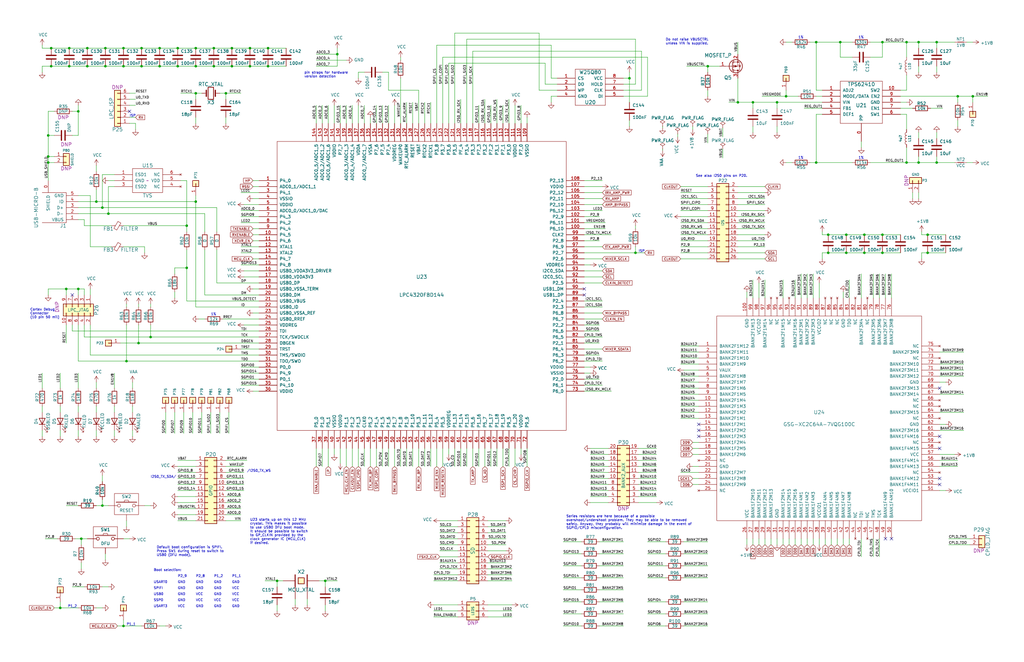
<source format=kicad_sch>
(kicad_sch (version 20211123) (generator eeschema)
  (paper "USLedger")
  (title_block (title "HackRF One") (date "2022-08-29") (rev "r9") (company "Copyright 2012-2022 Great Scott Gadgets") (comment 1 "Michael Ossmann") (comment 2 "Licensed under the CERN-OHL-P v2"))
  (junction (at 34.29 227.33))
  (junction (at 354.33 17.78))
  (junction (at 29.21 27.94))
  (junction (at 311.15 43.18))
  (junction (at 20.32 68.58))
  (junction (at 137.16 245.11))
  (junction (at 116.84 245.11))
  (junction (at 344.17 68.58))
  (junction (at 267.97 106.68))
  (junction (at 90.17 27.94))
  (junction (at 391.16 106.68))
  (junction (at 331.47 40.64))
  (junction (at 67.31 20.32))
  (junction (at 394.97 17.78))
  (junction (at 52.07 264.16))
  (junction (at 20.32 66.04))
  (junction (at 403.86 40.64))
  (junction (at 33.02 121.92))
  (junction (at 372.11 99.06))
  (junction (at 27.94 121.92))
  (junction (at 74.93 27.94))
  (junction (at 113.03 20.32))
  (junction (at 63.5 142.24))
  (junction (at 52.07 27.94))
  (junction (at 67.31 27.94))
  (junction (at 349.25 106.68))
  (junction (at 36.83 27.94))
  (junction (at 33.02 46.99))
  (junction (at 82.55 39.37))
  (junction (at 364.49 106.68))
  (junction (at 82.55 20.32))
  (junction (at 113.03 27.94))
  (junction (at 78.74 113.03))
  (junction (at 95.25 39.37))
  (junction (at 82.55 27.94))
  (junction (at 372.11 17.78))
  (junction (at 82.55 85.09))
  (junction (at 53.34 152.4))
  (junction (at 298.45 27.94))
  (junction (at 59.69 20.32))
  (junction (at 44.45 20.32))
  (junction (at 58.42 144.78))
  (junction (at 317.5 43.18))
  (junction (at 78.74 95.25))
  (junction (at 43.18 87.63))
  (junction (at 387.35 68.58))
  (junction (at 387.35 17.78))
  (junction (at 97.79 20.32))
  (junction (at 74.93 20.32))
  (junction (at 105.41 27.94))
  (junction (at 59.69 27.94))
  (junction (at 21.59 20.32))
  (junction (at 29.21 20.32))
  (junction (at 36.83 20.32))
  (junction (at 97.79 27.94))
  (junction (at 364.49 99.06))
  (junction (at 20.32 57.15))
  (junction (at 382.27 17.78))
  (junction (at 43.18 213.36))
  (junction (at 356.87 106.68))
  (junction (at 142.24 22.86))
  (junction (at 391.16 99.06))
  (junction (at 45.72 90.17))
  (junction (at 382.27 68.58))
  (junction (at 105.41 20.32))
  (junction (at 52.07 20.32))
  (junction (at 394.97 68.58))
  (junction (at 44.45 27.94))
  (junction (at 372.11 106.68))
  (junction (at 344.17 17.78))
  (junction (at 349.25 99.06))
  (junction (at 40.64 85.09))
  (junction (at 327.66 43.18))
  (junction (at 21.59 27.94))
  (junction (at 265.43 33.02))
  (junction (at 356.87 99.06))
  (junction (at 25.4 256.54))
  (junction (at 90.17 20.32))
  (junction (at 410.21 40.64))
  (no_connect (at 396.24 204.47))
  (no_connect (at 396.24 184.15))
  (no_connect (at 294.64 181.61))
  (no_connect (at 54.61 46.99))
  (no_connect (at 294.64 184.15))
  (no_connect (at 246.38 121.92))
  (no_connect (at 246.38 124.46))
  (no_connect (at 396.24 163.83))
  (no_connect (at 294.64 179.07))
  (no_connect (at 375.92 227.33))
  (no_connect (at 396.24 189.23))
  (no_connect (at 30.48 124.46))
  (no_connect (at 396.24 201.93))
  (no_connect (at 373.38 227.33))
  (wire (pts (xy 246.38 129.54) (xy 254 129.54)))
  (wire (pts (xy 265.43 33.02) (xy 265.43 43.18)))
  (wire (pts (xy 176.53 196.85) (xy 176.53 189.23)))
  (wire (pts (xy 394.97 30.48) (xy 394.97 27.94)))
  (wire (pts (xy 181.61 43.18) (xy 181.61 52.07)))
  (wire (pts (xy 382.27 17.78) (xy 382.27 24.13)))
  (wire (pts (xy 137.16 245.11) (xy 142.24 245.11)))
  (wire (pts (xy 322.58 101.6) (xy 311.15 101.6)))
  (wire (pts (xy 58.42 137.16) (xy 58.42 144.78)))
  (wire (pts (xy 382.27 68.58) (xy 382.27 62.23)))
  (wire (pts (xy 20.32 121.92) (xy 27.94 121.92)))
  (wire (pts (xy 142.24 22.86) (xy 142.24 20.32)))
  (wire (pts (xy 340.36 125.73) (xy 340.36 115.57)))
  (wire (pts (xy 254 86.36) (xy 246.38 86.36)))
  (wire (pts (xy 368.3 125.73) (xy 368.3 115.57)))
  (wire (pts (xy 382.27 38.1) (xy 379.73 38.1)))
  (wire (pts (xy 322.58 125.73) (xy 322.58 118.11)))
  (wire (pts (xy 135.89 189.23) (xy 135.89 196.85)))
  (wire (pts (xy 78.74 113.03) (xy 78.74 127)))
  (wire (pts (xy 151.13 30.48) (xy 153.67 30.48)))
  (wire (pts (xy 201.93 189.23) (xy 201.93 196.85)))
  (wire (pts (xy 246.38 99.06) (xy 257.81 99.06)))
  (wire (pts (xy 54.61 41.91) (xy 57.15 41.91)))
  (wire (pts (xy 102.87 199.39) (xy 95.25 199.39)))
  (wire (pts (xy 179.07 189.23) (xy 179.07 196.85)))
  (wire (pts (xy 222.25 189.23) (xy 222.25 196.85)))
  (wire (pts (xy 27.94 121.92) (xy 27.94 124.46)))
  (wire (pts (xy 280.67 264.16) (xy 273.05 264.16)))
  (wire (pts (xy 199.39 189.23) (xy 199.39 196.85)))
  (wire (pts (xy 372.11 17.78) (xy 382.27 17.78)))
  (wire (pts (xy 30.48 137.16) (xy 30.48 139.7)))
  (wire (pts (xy 248.92 201.93) (xy 256.54 201.93)))
  (wire (pts (xy 354.33 24.13) (xy 359.41 24.13)))
  (wire (pts (xy 29.21 20.32) (xy 36.83 20.32)))
  (wire (pts (xy 353.06 227.33) (xy 353.06 229.87)))
  (wire (pts (xy 232.41 19.05) (xy 184.15 19.05)))
  (wire (pts (xy 185.42 237.49) (xy 193.04 237.49)))
  (wire (pts (xy 207.01 189.23) (xy 207.01 196.85)))
  (wire (pts (xy 171.45 196.85) (xy 171.45 189.23)))
  (wire (pts (xy 54.61 49.53) (xy 57.15 49.53)))
  (wire (pts (xy 379.73 40.64) (xy 403.86 40.64)))
  (wire (pts (xy 29.21 27.94) (xy 36.83 27.94)))
  (wire (pts (xy 246.38 106.68) (xy 267.97 106.68)))
  (wire (pts (xy 153.67 189.23) (xy 153.67 196.85)))
  (wire (pts (xy 109.22 99.06) (xy 106.68 99.06)))
  (wire (pts (xy 394.97 68.58) (xy 402.59 68.58)))
  (wire (pts (xy 322.58 83.82) (xy 311.15 83.82)))
  (wire (pts (xy 21.59 20.32) (xy 29.21 20.32)))
  (wire (pts (xy 267.97 106.68) (xy 271.78 106.68)))
  (wire (pts (xy 279.4 62.865) (xy 279.4 63.5)))
  (wire (pts (xy 267.97 95.25) (xy 267.97 96.52)))
  (wire (pts (xy 367.03 68.58) (xy 382.27 68.58)))
  (wire (pts (xy 354.33 17.78) (xy 354.33 24.13)))
  (wire (pts (xy 273.05 40.64) (xy 262.89 40.64)))
  (wire (pts (xy 33.02 85.09) (xy 40.64 85.09)))
  (wire (pts (xy 33.02 121.92) (xy 35.56 121.92)))
  (wire (pts (xy 307.34 43.18) (xy 311.15 43.18)))
  (wire (pts (xy 17.78 19.05) (xy 17.78 20.32)))
  (wire (pts (xy 322.58 227.33) (xy 322.58 229.87)))
  (wire (pts (xy 246.38 165.1) (xy 257.81 165.1)))
  (wire (pts (xy 85.09 182.88) (xy 85.09 173.99)))
  (wire (pts (xy 269.24 196.85) (xy 276.86 196.85)))
  (wire (pts (xy 294.64 176.53) (xy 287.02 176.53)))
  (wire (pts (xy 342.9 125.73) (xy 342.9 115.57)))
  (wire (pts (xy 246.38 93.98) (xy 255.27 93.98)))
  (wire (pts (xy 246.38 83.82) (xy 254 83.82)))
  (wire (pts (xy 287.02 163.83) (xy 294.64 163.83)))
  (wire (pts (xy 90.17 27.94) (xy 97.79 27.94)))
  (wire (pts (xy 246.38 139.7) (xy 252.73 139.7)))
  (wire (pts (xy 410.21 40.64) (xy 416.56 40.64)))
  (wire (pts (xy 153.67 44.45) (xy 153.67 52.07)))
  (wire (pts (xy 82.55 217.17) (xy 74.93 217.17)))
  (wire (pts (xy 288.29 243.84) (xy 298.45 243.84)))
  (wire (pts (xy 248.92 191.77) (xy 256.54 191.77)))
  (wire (pts (xy 20.32 57.15) (xy 22.86 57.15)))
  (wire (pts (xy 82.55 199.39) (xy 74.93 199.39)))
  (wire (pts (xy 331.47 40.64) (xy 336.55 40.64)))
  (wire (pts (xy 367.03 24.13) (xy 372.11 24.13)))
  (wire (pts (xy 38.1 121.92) (xy 38.1 124.46)))
  (wire (pts (xy 58.42 144.78) (xy 109.22 144.78)))
  (wire (pts (xy 280.67 243.84) (xy 273.05 243.84)))
  (wire (pts (xy 43.18 213.36) (xy 43.18 210.82)))
  (wire (pts (xy 33.02 213.36) (xy 27.94 213.36)))
  (wire (pts (xy 205.74 242.57) (xy 215.9 242.57)))
  (wire (pts (xy 334.01 68.58) (xy 331.47 68.58)))
  (wire (pts (xy 55.88 161.29) (xy 55.88 163.83)))
  (wire (pts (xy 227.33 38.1) (xy 234.95 38.1)))
  (wire (pts (xy 151.13 44.45) (xy 151.13 52.07)))
  (wire (pts (xy 45.72 247.65) (xy 43.18 247.65)))
  (wire (pts (xy 245.11 243.84) (xy 237.49 243.84)))
  (wire (pts (xy 48.26 157.48) (xy 48.26 163.83)))
  (wire (pts (xy 252.73 238.76) (xy 262.89 238.76)))
  (wire (pts (xy 311.15 86.36) (xy 322.58 86.36)))
  (wire (pts (xy 394.97 17.78) (xy 402.59 17.78)))
  (wire (pts (xy 292.1 53.34) (xy 292.1 54.61)))
  (wire (pts (xy 82.55 27.94) (xy 90.17 27.94)))
  (wire (pts (xy 246.38 96.52) (xy 255.27 96.52)))
  (wire (pts (xy 33.02 171.45) (xy 33.02 173.99)))
  (wire (pts (xy 407.67 17.78) (xy 410.21 17.78)))
  (wire (pts (xy 74.93 194.31) (xy 82.55 194.31)))
  (wire (pts (xy 245.11 248.92) (xy 237.49 248.92)))
  (wire (pts (xy 43.18 256.54) (xy 40.64 256.54)))
  (wire (pts (xy 90.17 20.32) (xy 97.79 20.32)))
  (wire (pts (xy 288.29 259.08) (xy 298.45 259.08)))
  (wire (pts (xy 214.63 189.23) (xy 214.63 196.85)))
  (wire (pts (xy 331.47 38.1) (xy 331.47 40.64)))
  (wire (pts (xy 81.28 182.88) (xy 81.28 173.99)))
  (wire (pts (xy 382.27 43.18) (xy 379.73 43.18)))
  (wire (pts (xy 408.94 229.87) (xy 400.05 229.87)))
  (wire (pts (xy 280.67 228.6) (xy 273.05 228.6)))
  (wire (pts (xy 256.54 199.39) (xy 248.92 199.39)))
  (wire (pts (xy 384.81 45.72) (xy 379.73 45.72)))
  (wire (pts (xy 49.53 264.16) (xy 52.07 264.16)))
  (wire (pts (xy 287.02 173.99) (xy 294.64 173.99)))
  (wire (pts (xy 63.5 142.24) (xy 109.22 142.24)))
  (wire (pts (xy 102.87 114.3) (xy 109.22 114.3)))
  (wire (pts (xy 60.96 213.36) (xy 63.5 213.36)))
  (wire (pts (xy 73.66 113.03) (xy 73.66 115.57)))
  (wire (pts (xy 246.38 132.08) (xy 254 132.08)))
  (wire (pts (xy 82.55 209.55) (xy 74.93 209.55)))
  (wire (pts (xy 181.61 189.23) (xy 181.61 196.85)))
  (wire (pts (xy 156.21 189.23) (xy 156.21 196.85)))
  (wire (pts (xy 95.25 52.07) (xy 95.25 49.53)))
  (wire (pts (xy 78.74 76.2) (xy 78.74 95.25)))
  (wire (pts (xy 252.73 254) (xy 262.89 254)))
  (wire (pts (xy 349.25 106.68) (xy 356.87 106.68)))
  (wire (pts (xy 396.24 179.07) (xy 398.78 179.07)))
  (wire (pts (xy 367.03 17.78) (xy 372.11 17.78)))
  (wire (pts (xy 288.29 264.16) (xy 298.45 264.16)))
  (wire (pts (xy 22.86 256.54) (xy 25.4 256.54)))
  (wire (pts (xy 252.73 233.68) (xy 262.89 233.68)))
  (wire (pts (xy 387.35 17.78) (xy 387.35 20.32)))
  (wire (pts (xy 30.48 46.99) (xy 33.02 46.99)))
  (wire (pts (xy 322.58 81.28) (xy 311.15 81.28)))
  (wire (pts (xy 327.66 43.18) (xy 346.71 43.18)))
  (wire (pts (xy 138.43 52.07) (xy 138.43 44.45)))
  (wire (pts (xy 396.24 148.59) (xy 406.4 148.59)))
  (wire (pts (xy 276.86 209.55) (xy 269.24 209.55)))
  (wire (pts (xy 185.42 219.71) (xy 193.04 219.71)))
  (wire (pts (xy 138.43 196.85) (xy 138.43 189.23)))
  (wire (pts (xy 212.09 52.07) (xy 212.09 44.45)))
  (wire (pts (xy 280.67 233.68) (xy 273.05 233.68)))
  (wire (pts (xy 294.64 158.75) (xy 287.02 158.75)))
  (wire (pts (xy 317.5 227.33) (xy 317.5 229.87)))
  (wire (pts (xy 143.51 52.07) (xy 143.51 44.45)))
  (wire (pts (xy 78.74 105.41) (xy 78.74 113.03)))
  (wire (pts (xy 176.53 38.1) (xy 176.53 52.07)))
  (wire (pts (xy 248.92 207.01) (xy 256.54 207.01)))
  (wire (pts (xy 133.35 22.86) (xy 142.24 22.86)))
  (wire (pts (xy 109.22 78.74) (xy 106.68 78.74)))
  (wire (pts (xy 317.5 43.18) (xy 327.66 43.18)))
  (wire (pts (xy 82.55 20.32) (xy 90.17 20.32)))
  (wire (pts (xy 294.64 171.45) (xy 287.02 171.45)))
  (wire (pts (xy 140.97 191.77) (xy 140.97 189.23)))
  (wire (pts (xy 101.6 111.76) (xy 109.22 111.76)))
  (wire (pts (xy 137.16 247.65) (xy 137.16 245.11)))
  (wire (pts (xy 96.52 182.88) (xy 96.52 173.99)))
  (wire (pts (xy 20.32 66.04) (xy 20.32 68.58)))
  (wire (pts (xy 74.93 201.93) (xy 82.55 201.93)))
  (wire (pts (xy 205.74 229.87) (xy 213.36 229.87)))
  (wire (pts (xy 163.83 30.48) (xy 163.83 38.1)))
  (wire (pts (xy 344.17 40.64) (xy 346.71 40.64)))
  (wire (pts (xy 288.29 156.21) (xy 294.64 156.21)))
  (wire (pts (xy 215.9 260.35) (xy 205.74 260.35)))
  (wire (pts (xy 358.14 227.33) (xy 358.14 229.87)))
  (wire (pts (xy 254 127) (xy 246.38 127)))
  (wire (pts (xy 109.22 162.56) (xy 101.6 162.56)))
  (wire (pts (xy 133.35 27.94) (xy 142.24 27.94)))
  (wire (pts (xy 17.78 181.61) (xy 17.78 184.15)))
  (wire (pts (xy 327.66 43.18) (xy 327.66 45.72)))
  (wire (pts (xy 287.02 91.44) (xy 298.45 91.44)))
  (wire (pts (xy 163.83 52.07) (xy 163.83 44.45)))
  (wire (pts (xy 273.05 238.76) (xy 280.67 238.76)))
  (wire (pts (xy 287.02 106.68) (xy 298.45 106.68)))
  (wire (pts (xy 322.58 106.68) (xy 311.15 106.68)))
  (wire (pts (xy 43.18 213.36) (xy 45.72 213.36)))
  (wire (pts (xy 347.98 227.33) (xy 347.98 229.87)))
  (wire (pts (xy 20.32 121.92) (xy 20.32 124.46)))
  (wire (pts (xy 396.24 173.99) (xy 406.4 173.99)))
  (wire (pts (xy 215.9 245.11) (xy 205.74 245.11)))
  (wire (pts (xy 60.96 104.14) (xy 60.96 106.68)))
  (wire (pts (xy 246.38 101.6) (xy 252.73 101.6)))
  (wire (pts (xy 168.91 24.13) (xy 168.91 25.4)))
  (wire (pts (xy 294.64 151.13) (xy 287.02 151.13)))
  (wire (pts (xy 73.66 125.73) (xy 73.66 123.19)))
  (wire (pts (xy 82.55 39.37) (xy 85.09 39.37)))
  (wire (pts (xy 254 76.2) (xy 246.38 76.2)))
  (wire (pts (xy 245.11 259.08) (xy 237.49 259.08)))
  (wire (pts (xy 314.96 125.73) (xy 314.96 123.19)))
  (wire (pts (xy 101.6 88.9) (xy 109.22 88.9)))
  (wire (pts (xy 334.01 17.78) (xy 331.47 17.78)))
  (wire (pts (xy 166.37 44.45) (xy 166.37 52.07)))
  (wire (pts (xy 384.81 83.82) (xy 384.81 81.28)))
  (wire (pts (xy 294.64 186.69) (xy 292.1 186.69)))
  (wire (pts (xy 25.4 181.61) (xy 25.4 184.15)))
  (wire (pts (xy 246.38 142.24) (xy 254 142.24)))
  (wire (pts (xy 95.25 209.55) (xy 101.6 209.55)))
  (wire (pts (xy 20.32 66.04) (xy 22.86 66.04)))
  (wire (pts (xy 33.02 152.4) (xy 33.02 137.16)))
  (wire (pts (xy 21.59 27.94) (xy 29.21 27.94)))
  (wire (pts (xy 182.88 242.57) (xy 193.04 242.57)))
  (wire (pts (xy 298.45 27.94) (xy 303.53 27.94)))
  (wire (pts (xy 311.15 22.86) (xy 311.15 17.78)))
  (wire (pts (xy 246.38 88.9) (xy 254 88.9)))
  (wire (pts (xy 63.5 137.16) (xy 63.5 142.24)))
  (wire (pts (xy 34.29 227.33) (xy 36.83 227.33)))
  (wire (pts (xy 45.72 78.74) (xy 45.72 90.17)))
  (wire (pts (xy 287.02 83.82) (xy 298.45 83.82)))
  (wire (pts (xy 40.64 80.01) (xy 40.64 85.09)))
  (wire (pts (xy 398.78 207.01) (xy 396.24 207.01)))
  (wire (pts (xy 113.03 27.94) (xy 120.65 27.94)))
  (wire (pts (xy 314.96 229.87) (xy 314.96 227.33)))
  (wire (pts (xy 54.61 44.45) (xy 57.15 44.45)))
  (wire (pts (xy 394.97 68.58) (xy 394.97 66.04)))
  (wire (pts (xy 248.92 154.94) (xy 246.38 154.94)))
  (wire (pts (xy 191.77 13.97) (xy 191.77 52.07)))
  (wire (pts (xy 95.25 207.01) (xy 102.87 207.01)))
  (wire (pts (xy 388.62 106.68) (xy 388.62 109.22)))
  (wire (pts (xy 382.27 68.58) (xy 387.35 68.58)))
  (wire (pts (xy 403.86 40.64) (xy 410.21 40.64)))
  (wire (pts (xy 40.64 163.83) (xy 40.64 161.29)))
  (wire (pts (xy 322.58 91.44) (xy 311.15 91.44)))
  (wire (pts (xy 40.64 85.09) (xy 82.55 85.09)))
  (wire (pts (xy 102.87 116.84) (xy 109.22 116.84)))
  (wire (pts (xy 294.64 204.47) (xy 292.1 204.47)))
  (wire (pts (xy 209.55 189.23) (xy 209.55 196.85)))
  (wire (pts (xy 44.45 236.22) (xy 44.45 233.68)))
  (wire (pts (xy 387.35 83.82) (xy 387.35 81.28)))
  (wire (pts (xy 35.56 121.92) (xy 35.56 124.46)))
  (wire (pts (xy 20.32 68.58) (xy 20.32 76.2)))
  (wire (pts (xy 74.93 20.32) (xy 82.55 20.32)))
  (wire (pts (xy 34.29 229.87) (xy 34.29 227.33)))
  (wire (pts (xy 52.07 264.16) (xy 59.69 264.16)))
  (wire (pts (xy 95.25 214.63) (xy 101.6 214.63)))
  (wire (pts (xy 116.84 257.81) (xy 116.84 255.27)))
  (wire (pts (xy 194.31 189.23) (xy 194.31 196.85)))
  (wire (pts (xy 158.75 189.23) (xy 158.75 196.85)))
  (wire (pts (xy 344.17 48.26) (xy 346.71 48.26)))
  (wire (pts (xy 196.85 189.23) (xy 196.85 196.85)))
  (wire (pts (xy 133.35 25.4) (xy 146.05 25.4)))
  (wire (pts (xy 363.22 115.57) (xy 363.22 125.73)))
  (wire (pts (xy 109.22 149.86) (xy 38.1 149.86)))
  (wire (pts (xy 322.58 88.9) (xy 311.15 88.9)))
  (wire (pts (xy 304.8 57.785) (xy 304.8 53.975)))
  (wire (pts (xy 36.83 20.32) (xy 44.45 20.32)))
  (wire (pts (xy 396.24 158.75) (xy 406.4 158.75)))
  (wire (pts (xy 52.07 261.62) (xy 52.07 264.16)))
  (wire (pts (xy 31.75 227.33) (xy 34.29 227.33)))
  (wire (pts (xy 387.35 30.48) (xy 387.35 27.94)))
  (wire (pts (xy 69.85 182.88) (xy 69.85 173.99)))
  (wire (pts (xy 217.17 189.23) (xy 217.17 196.85)))
  (wire (pts (xy 248.92 111.76) (xy 246.38 111.76)))
  (wire (pts (xy 364.49 99.06) (xy 372.11 99.06)))
  (wire (pts (xy 280.67 254) (xy 273.05 254)))
  (wire (pts (xy 285.75 56.515) (xy 285.75 57.785)))
  (wire (pts (xy 186.69 24.13) (xy 186.69 52.07)))
  (wire (pts (xy 213.36 237.49) (xy 205.74 237.49)))
  (wire (pts (xy 294.64 166.37) (xy 287.02 166.37)))
  (wire (pts (xy 35.56 137.16) (xy 35.56 142.24)))
  (wire (pts (xy 205.74 227.33) (xy 213.36 227.33)))
  (wire (pts (xy 91.44 87.63) (xy 91.44 97.79)))
  (wire (pts (xy 341.63 17.78) (xy 344.17 17.78)))
  (wire (pts (xy 33.02 157.48) (xy 33.02 163.83)))
  (wire (pts (xy 273.05 24.13) (xy 273.05 40.64)))
  (wire (pts (xy 252.73 259.08) (xy 262.89 259.08)))
  (wire (pts (xy 95.25 39.37) (xy 95.25 41.91)))
  (wire (pts (xy 317.5 43.18) (xy 317.5 45.72)))
  (wire (pts (xy 193.04 232.41) (xy 185.42 232.41)))
  (wire (pts (xy 246.38 160.02) (xy 252.73 160.02)))
  (wire (pts (xy 364.49 106.68) (xy 372.11 106.68)))
  (wire (pts (xy 363.22 62.23) (xy 363.22 59.69)))
  (wire (pts (xy 344.17 17.78) (xy 354.33 17.78)))
  (wire (pts (xy 407.67 68.58) (xy 410.21 68.58)))
  (wire (pts (xy 116.84 247.65) (xy 116.84 245.11)))
  (wire (pts (xy 193.04 234.95) (xy 185.42 234.95)))
  (wire (pts (xy 74.93 207.01) (xy 82.55 207.01)))
  (wire (pts (xy 102.87 137.16) (xy 109.22 137.16)))
  (wire (pts (xy 356.87 106.68) (xy 364.49 106.68)))
  (wire (pts (xy 245.11 238.76) (xy 237.49 238.76)))
  (wire (pts (xy 148.59 189.23) (xy 148.59 196.85)))
  (wire (pts (xy 43.18 200.66) (xy 43.18 203.2)))
  (wire (pts (xy 30.48 139.7) (xy 109.22 139.7)))
  (wire (pts (xy 189.23 191.77) (xy 189.23 189.23)))
  (wire (pts (xy 391.16 99.06) (xy 398.78 99.06)))
  (wire (pts (xy 34.29 240.03) (xy 34.29 237.49)))
  (wire (pts (xy 151.13 33.02) (xy 151.13 30.48)))
  (wire (pts (xy 102.87 86.36) (xy 109.22 86.36)))
  (wire (pts (xy 25.4 157.48) (xy 25.4 163.83)))
  (wire (pts (xy 82.55 39.37) (xy 82.55 41.91)))
  (wire (pts (xy 320.04 125.73) (xy 320.04 119.38)))
  (wire (pts (xy 287.02 109.22) (xy 298.45 109.22)))
  (wire (pts (xy 67.31 27.94) (xy 74.93 27.94)))
  (wire (pts (xy 246.38 144.78) (xy 252.73 144.78)))
  (wire (pts (xy 232.41 43.18) (xy 232.41 40.64)))
  (wire (pts (xy 33.02 152.4) (xy 53.34 152.4)))
  (wire (pts (xy 17.78 20.32) (xy 21.59 20.32)))
  (wire (pts (xy 78.74 113.03) (xy 73.66 113.03)))
  (wire (pts (xy 156.21 49.53) (xy 156.21 52.07)))
  (wire (pts (xy 254 116.84) (xy 246.38 116.84)))
  (wire (pts (xy 82.55 129.54) (xy 109.22 129.54)))
  (wire (pts (xy 396.24 194.31) (xy 403.86 194.31)))
  (wire (pts (xy 106.68 76.2) (xy 109.22 76.2)))
  (wire (pts (xy 254 78.74) (xy 246.38 78.74)))
  (wire (pts (xy 193.04 222.25) (xy 185.42 222.25)))
  (wire (pts (xy 24.13 227.33) (xy 19.05 227.33)))
  (wire (pts (xy 101.6 219.71) (xy 95.25 219.71)))
  (wire (pts (xy 95.25 212.09) (xy 101.6 212.09)))
  (wire (pts (xy 193.04 229.87) (xy 185.42 229.87)))
  (wire (pts (xy 287.02 88.9) (xy 298.45 88.9)))
  (wire (pts (xy 388.62 106.68) (xy 391.16 106.68)))
  (wire (pts (xy 91.44 105.41) (xy 91.44 119.38)))
  (wire (pts (xy 335.28 125.73) (xy 335.28 118.11)))
  (wire (pts (xy 287.02 199.39) (xy 294.64 199.39)))
  (wire (pts (xy 370.84 227.33) (xy 370.84 234.95)))
  (wire (pts (xy 59.69 27.94) (xy 67.31 27.94)))
  (wire (pts (xy 276.86 199.39) (xy 269.24 199.39)))
  (wire (pts (xy 102.87 196.85) (xy 95.25 196.85)))
  (wire (pts (xy 387.35 68.58) (xy 394.97 68.58)))
  (wire (pts (xy 335.28 227.33) (xy 335.28 229.87)))
  (wire (pts (xy 311.15 33.02) (xy 311.15 43.18)))
  (wire (pts (xy 40.64 171.45) (xy 40.64 173.99)))
  (wire (pts (xy 254 81.28) (xy 246.38 81.28)))
  (wire (pts (xy 349.25 99.06) (xy 356.87 99.06)))
  (wire (pts (xy 55.88 181.61) (xy 55.88 184.15)))
  (wire (pts (xy 403.86 43.18) (xy 403.86 40.64)))
  (wire (pts (xy 209.55 52.07) (xy 209.55 41.91)))
  (wire (pts (xy 372.11 99.06) (xy 379.73 99.06)))
  (wire (pts (xy 245.11 233.68) (xy 237.49 233.68)))
  (wire (pts (xy 182.88 255.27) (xy 193.04 255.27)))
  (wire (pts (xy 204.47 196.85) (xy 204.47 189.23)))
  (wire (pts (xy 294.64 196.85) (xy 292.1 196.85)))
  (wire (pts (xy 109.22 93.98) (xy 101.6 93.98)))
  (wire (pts (xy 337.82 125.73) (xy 337.82 115.57)))
  (wire (pts (xy 161.29 52.07) (xy 161.29 44.45)))
  (wire (pts (xy 246.38 149.86) (xy 252.73 149.86)))
  (wire (pts (xy 232.41 40.64) (xy 234.95 40.64)))
  (wire (pts (xy 35.56 95.25) (xy 35.56 92.71)))
  (wire (pts (xy 330.2 125.73) (xy 330.2 118.11)))
  (wire (pts (xy 375.92 115.57) (xy 375.92 125.73)))
  (wire (pts (xy 287.02 101.6) (xy 298.45 101.6)))
  (wire (pts (xy 53.34 128.27) (xy 53.34 129.54)))
  (wire (pts (xy 17.78 163.83) (xy 17.78 157.48)))
  (wire (pts (xy 207.01 52.07) (xy 207.01 44.45)))
  (wire (pts (xy 205.74 224.79) (xy 213.36 224.79)))
  (wire (pts (xy 298.45 96.52) (xy 287.02 96.52)))
  (wire (pts (xy 276.86 191.77) (xy 269.24 191.77)))
  (wire (pts (xy 372.11 24.13) (xy 372.11 17.78)))
  (wire (pts (xy 193.04 227.33) (xy 185.42 227.33)))
  (wire (pts (xy 396.24 153.67) (xy 406.4 153.67)))
  (wire (pts (xy 109.22 96.52) (xy 106.68 96.52)))
  (wire (pts (xy 25.4 171.45) (xy 25.4 173.99)))
  (wire (pts (xy 215.9 240.03) (xy 205.74 240.03)))
  (wire (pts (xy 143.51 195.58) (xy 143.51 189.23)))
  (wire (pts (xy 322.58 78.74) (xy 311.15 78.74)))
  (wire (pts (xy 17.78 171.45) (xy 17.78 173.99)))
  (wire (pts (xy 86.36 105.41) (xy 86.36 124.46)))
  (wire (pts (xy 363.22 227.33) (xy 363.22 234.95)))
  (wire (pts (xy 245.11 254) (xy 237.49 254)))
  (wire (pts (xy 219.71 52.07) (xy 219.71 44.45)))
  (wire (pts (xy 346.71 38.1) (xy 344.17 38.1)))
  (wire (pts (xy 317.5 125.73) (xy 317.5 118.11)))
  (wire (pts (xy 267.97 16.51) (xy 267.97 35.56)))
  (wire (pts (xy 33.02 90.17) (xy 45.72 90.17)))
  (wire (pts (xy 256.54 194.31) (xy 248.92 194.31)))
  (wire (pts (xy 92.71 182.88) (xy 92.71 173.99)))
  (wire (pts (xy 104.14 194.31) (xy 95.25 194.31)))
  (wire (pts (xy 256.54 209.55) (xy 248.92 209.55)))
  (wire (pts (xy 248.92 212.09) (xy 256.54 212.09)))
  (wire (pts (xy 252.73 264.16) (xy 262.89 264.16)))
  (wire (pts (xy 354.33 17.78) (xy 359.41 17.78)))
  (wire (pts (xy 267.97 35.56) (xy 262.89 35.56)))
  (wire (pts (xy 93.98 134.62) (xy 109.22 134.62)))
  (wire (pts (xy 67.31 20.32) (xy 74.93 20.32)))
  (wire (pts (xy 344.17 68.58) (xy 359.41 68.58)))
  (wire (pts (xy 287.02 99.06) (xy 298.45 99.06)))
  (wire (pts (xy 109.22 106.68) (xy 101.6 106.68)))
  (wire (pts (xy 262.89 33.02) (xy 265.43 33.02)))
  (wire (pts (xy 270.51 21.59) (xy 270.51 38.1)))
  (wire (pts (xy 265.43 53.34) (xy 265.43 50.8)))
  (wire (pts (xy 344.17 68.58) (xy 344.17 48.26)))
  (wire (pts (xy 20.32 57.15) (xy 20.32 66.04)))
  (wire (pts (xy 229.87 35.56) (xy 234.95 35.56)))
  (wire (pts (xy 40.64 181.61) (xy 40.64 184.15)))
  (wire (pts (xy 287.02 168.91) (xy 294.64 168.91)))
  (wire (pts (xy 88.9 182.88) (xy 88.9 173.99)))
  (wire (pts (xy 322.58 99.06) (xy 311.15 99.06)))
  (wire (pts (xy 256.54 189.23) (xy 248.92 189.23)))
  (wire (pts (xy 246.38 162.56) (xy 254 162.56)))
  (wire (pts (xy 396.24 156.21) (xy 406.4 156.21)))
  (wire (pts (xy 106.68 83.82) (xy 109.22 83.82)))
  (wire (pts (xy 168.91 33.02) (xy 168.91 52.07)))
  (wire (pts (xy 254 147.32) (xy 246.38 147.32)))
  (wire (pts (xy 146.05 189.23) (xy 146.05 196.85)))
  (wire (pts (xy 339.09 45.72) (xy 346.71 45.72)))
  (wire (pts (xy 109.22 101.6) (xy 106.68 101.6)))
  (wire (pts (xy 294.64 191.77) (xy 292.1 191.77)))
  (wire (pts (xy 52.07 227.33) (xy 54.61 227.33)))
  (wire (pts (xy 394.97 17.78) (xy 394.97 20.32)))
  (wire (pts (xy 109.22 109.22) (xy 106.68 109.22)))
  (wire (pts (xy 36.83 27.94) (xy 44.45 27.94)))
  (wire (pts (xy 48.26 78.74) (xy 45.72 78.74)))
  (wire (pts (xy 50.8 144.78) (xy 58.42 144.78)))
  (wire (pts (xy 265.43 30.48) (xy 265.43 33.02)))
  (wire (pts (xy 321.31 40.64) (xy 331.47 40.64)))
  (wire (pts (xy 73.66 182.88) (xy 73.66 173.99)))
  (wire (pts (xy 288.29 228.6) (xy 298.45 228.6)))
  (wire (pts (xy 304.8 66.675) (xy 304.8 62.865)))
  (wire (pts (xy 410.21 40.64) (xy 410.21 43.18)))
  (wire (pts (xy 396.24 161.29) (xy 398.78 161.29)))
  (wire (pts (xy 246.38 91.44) (xy 252.73 91.44)))
  (wire (pts (xy 105.41 27.94) (xy 113.03 27.94)))
  (wire (pts (xy 105.41 20.32) (xy 113.03 20.32)))
  (wire (pts (xy 137.16 257.81) (xy 137.16 255.27)))
  (wire (pts (xy 287.02 104.14) (xy 298.45 104.14)))
  (wire (pts (xy 373.38 125.73) (xy 373.38 115.57)))
  (wire (pts (xy 391.16 106.68) (xy 398.78 106.68)))
  (wire (pts (xy 179.07 52.07) (xy 179.07 43.18)))
  (wire (pts (xy 102.87 204.47) (xy 95.25 204.47)))
  (wire (pts (xy 294.64 146.05) (xy 287.02 146.05)))
  (wire (pts (xy 109.22 81.28) (xy 101.6 81.28)))
  (wire (pts (xy 135.89 44.45) (xy 135.89 52.07)))
  (wire (pts (xy 368.3 227.33) (xy 368.3 234.95)))
  (wire (pts (xy 358.14 125.73) (xy 358.14 118.11)))
  (wire (pts (xy 53.34 219.71) (xy 53.34 222.25)))
  (wire (pts (xy 109.22 154.94) (xy 101.6 154.94)))
  (wire (pts (xy 396.24 196.85) (xy 403.86 196.85)))
  (wire (pts (xy 248.92 157.48) (xy 246.38 157.48)))
  (wire (pts (xy 322.58 104.14) (xy 311.15 104.14)))
  (wire (pts (xy 76.2 39.37) (xy 82.55 39.37)))
  (wire (pts (xy 151.13 196.85) (xy 151.13 189.23)))
  (wire (pts (xy 408.94 227.33) (xy 400.05 227.33)))
  (wire (pts (xy 196.85 16.51) (xy 267.97 16.51)))
  (wire (pts (xy 227.33 13.97) (xy 227.33 38.1)))
  (wire (pts (xy 191.77 189.23) (xy 191.77 196.85)))
  (wire (pts (xy 53.34 152.4) (xy 109.22 152.4)))
  (wire (pts (xy 270.51 38.1) (xy 262.89 38.1)))
  (wire (pts (xy 27.94 137.16) (xy 27.94 144.78)))
  (wire (pts (xy 53.34 137.16) (xy 53.34 152.4)))
  (wire (pts (xy 327.66 229.87) (xy 327.66 227.33)))
  (wire (pts (xy 289.56 27.94) (xy 298.45 27.94)))
  (wire (pts (xy 33.02 87.63) (xy 43.18 87.63)))
  (wire (pts (xy 330.2 227.33) (xy 330.2 229.87)))
  (wire (pts (xy 78.74 127) (xy 109.22 127)))
  (wire (pts (xy 196.85 52.07) (xy 196.85 16.51)))
  (wire (pts (xy 25.4 254) (xy 25.4 256.54)))
  (wire (pts (xy 146.05 44.45) (xy 146.05 52.07)))
  (wire (pts (xy 325.12 227.33) (xy 325.12 229.87)))
  (wire (pts (xy 193.04 240.03) (xy 185.42 240.03)))
  (wire (pts (xy 43.18 73.66) (xy 48.26 73.66)))
  (wire (pts (xy 298.45 86.36) (xy 287.02 86.36)))
  (wire (pts (xy 97.79 27.94) (xy 105.41 27.94)))
  (wire (pts (xy 182.88 245.11) (xy 193.04 245.11)))
  (wire (pts (xy 245.11 228.6) (xy 237.49 228.6)))
  (wire (pts (xy 370.84 115.57) (xy 370.84 125.73)))
  (wire (pts (xy 287.02 148.59) (xy 294.64 148.59)))
  (wire (pts (xy 133.35 189.23) (xy 133.35 196.85)))
  (wire (pts (xy 67.31 264.16) (xy 69.85 264.16)))
  (wire (pts (xy 346.71 97.79) (xy 346.71 99.06)))
  (wire (pts (xy 86.36 90.17) (xy 86.36 97.79)))
  (wire (pts (xy 134.62 245.11) (xy 137.16 245.11)))
  (wire (pts (xy 217.17 44.45) (xy 217.17 52.07)))
  (wire (pts (xy 52.07 104.14) (xy 60.96 104.14)))
  (wire (pts (xy 163.83 189.23) (xy 163.83 196.85)))
  (wire (pts (xy 246.38 152.4) (xy 254 152.4)))
  (wire (pts (xy 106.68 121.92) (xy 109.22 121.92)))
  (wire (pts (xy 101.6 104.14) (xy 109.22 104.14)))
  (wire (pts (xy 342.9 227.33) (xy 342.9 229.87)))
  (wire (pts (xy 219.71 191.77) (xy 219.71 189.23)))
  (wire (pts (xy 161.29 189.23) (xy 161.29 196.85)))
  (wire (pts (xy 248.92 196.85) (xy 256.54 196.85)))
  (wire (pts (xy 48.26 171.45) (xy 48.26 173.99)))
  (wire (pts (xy 252.73 228.6) (xy 262.89 228.6)))
  (wire (pts (xy 234.95 33.02) (xy 232.41 33.02)))
  (wire (pts (xy 109.22 157.48) (xy 101.6 157.48)))
  (wire (pts (xy 20.32 46.99) (xy 20.32 57.15)))
  (wire (pts (xy 320.04 227.33) (xy 320.04 229.87)))
  (wire (pts (xy 269.24 207.01) (xy 276.86 207.01)))
  (wire (pts (xy 82.55 214.63) (xy 74.93 214.63)))
  (wire (pts (xy 45.72 76.2) (xy 48.26 76.2)))
  (wire (pts (xy 43.18 87.63) (xy 91.44 87.63)))
  (wire (pts (xy 346.71 99.06) (xy 349.25 99.06)))
  (wire (pts (xy 44.45 20.32) (xy 52.07 20.32)))
  (wire (pts (xy 54.61 39.37) (xy 57.15 39.37)))
  (wire (pts (xy 82.55 212.09) (xy 74.93 212.09)))
  (wire (pts (xy 82.55 85.09) (xy 82.55 129.54)))
  (wire (pts (xy 276.86 212.09) (xy 269.24 212.09)))
  (wire (pts (xy 294.64 189.23) (xy 292.1 189.23)))
  (wire (pts (xy 166.37 189.23) (xy 166.37 196.85)))
  (wire (pts (xy 212.09 189.23) (xy 212.09 196.85)))
  (wire (pts (xy 140.97 44.45) (xy 140.97 52.07)))
  (wire (pts (xy 48.26 181.61) (xy 48.26 184.15)))
  (wire (pts (xy 182.88 260.35) (xy 193.04 260.35)))
  (wire (pts (xy 246.38 109.22) (xy 254 109.22)))
  (wire (pts (xy 95.25 39.37) (xy 101.6 39.37)))
  (wire (pts (xy 287.02 81.28) (xy 298.45 81.28)))
  (wire (pts (xy 279.4 53.34) (xy 279.4 53.975)))
  (wire (pts (xy 33.02 46.99) (xy 33.02 57.15)))
  (wire (pts (xy 294.64 161.29) (xy 287.02 161.29)))
  (wire (pts (xy 346.71 106.68) (xy 346.71 109.22)))
  (wire (pts (xy 298.45 27.94) (xy 298.45 30.48)))
  (wire (pts (xy 33.02 181.61) (xy 33.02 184.15)))
  (wire (pts (xy 35.56 95.25) (xy 46.99 95.25)))
  (wire (pts (xy 222.25 49.53) (xy 222.25 52.07)))
  (wire (pts (xy 341.63 68.58) (xy 344.17 68.58)))
  (wire (pts (xy 344.17 38.1) (xy 344.17 17.78)))
  (wire (pts (xy 394.97 55.88) (xy 394.97 58.42)))
  (wire (pts (xy 396.24 181.61) (xy 406.4 181.61)))
  (wire (pts (xy 327.66 53.34) (xy 327.66 55.88)))
  (wire (pts (xy 59.69 20.32) (xy 67.31 20.32)))
  (wire (pts (xy 92.71 39.37) (xy 95.25 39.37)))
  (wire (pts (xy 193.04 224.79) (xy 185.42 224.79)))
  (wire (pts (xy 76.2 76.2) (xy 78.74 76.2)))
  (wire (pts (xy 33.02 57.15) (xy 30.48 57.15)))
  (wire (pts (xy 205.74 222.25) (xy 213.36 222.25)))
  (wire (pts (xy 387.35 55.88) (xy 387.35 58.42)))
  (wire (pts (xy 215.9 255.27) (xy 205.74 255.27)))
  (wire (pts (xy 345.44 229.87) (xy 345.44 227.33)))
  (wire (pts (xy 252.73 137.16) (xy 246.38 137.16)))
  (wire (pts (xy 229.87 26.67) (xy 229.87 35.56)))
  (wire (pts (xy 387.35 68.58) (xy 387.35 66.04)))
  (wire (pts (xy 113.03 20.32) (xy 120.65 20.32)))
  (wire (pts (xy 252.73 248.92) (xy 262.89 248.92)))
  (wire (pts (xy 173.99 189.23) (xy 173.99 196.85)))
  (wire (pts (xy 382.27 17.78) (xy 387.35 17.78)))
  (wire (pts (xy 129.54 255.27) (xy 129.54 252.73)))
  (wire (pts (xy 33.02 121.92) (xy 33.02 124.46)))
  (wire (pts (xy 173.99 43.18) (xy 173.99 52.07)))
  (wire (pts (xy 184.15 189.23) (xy 184.15 196.85)))
  (wire (pts (xy 403.86 53.34) (xy 403.86 50.8)))
  (wire (pts (xy 276.86 189.23) (xy 269.24 189.23)))
  (wire (pts (xy 288.29 254) (xy 298.45 254)))
  (wire (pts (xy 86.36 124.46) (xy 109.22 124.46)))
  (wire (pts (xy 287.02 93.98) (xy 298.45 93.98)))
  (wire (pts (xy 57.15 52.07) (xy 54.61 52.07)))
  (wire (pts (xy 109.22 147.32) (xy 101.6 147.32)))
  (wire (pts (xy 52.07 95.25) (xy 78.74 95.25)))
  (wire (pts (xy 204.47 52.07) (xy 204.47 41.91)))
  (wire (pts (xy 124.46 255.27) (xy 124.46 252.73)))
  (wire (pts (xy 276.86 204.47) (xy 269.24 204.47)))
  (wire (pts (xy 402.59 191.77) (xy 396.24 191.77)))
  (wire (pts (xy 148.59 44.45) (xy 148.59 52.07)))
  (wire (pts (xy 40.64 213.36) (xy 43.18 213.36)))
  (wire (pts (xy 44.45 27.94) (xy 52.07 27.94)))
  (wire (pts (xy 213.36 219.71) (xy 205.74 219.71)))
  (wire (pts (xy 33.02 82.55) (xy 38.1 82.55)))
  (wire (pts (xy 22.86 46.99) (xy 20.32 46.99)))
  (wire (pts (xy 27.94 121.92) (xy 33.02 121.92)))
  (wire (pts (xy 311.15 43.18) (xy 317.5 43.18)))
  (wire (pts (xy 214.63 52.07) (xy 214.63 41.91)))
  (wire (pts (xy 388.62 99.06) (xy 388.62 97.79)))
  (wire (pts (xy 78.74 95.25) (xy 78.74 97.79)))
  (wire (pts (xy 276.86 194.31) (xy 269.24 194.31)))
  (wire (pts (xy 74.93 219.71) (xy 82.55 219.71)))
  (wire (pts (xy 52.07 27.94) (xy 59.69 27.94)))
  (wire (pts (xy 186.69 24.13) (xy 273.05 24.13)))
  (wire (pts (xy 74.93 196.85) (xy 82.55 196.85)))
  (wire (pts (xy 17.78 27.94) (xy 21.59 27.94)))
  (wire (pts (xy 168.91 189.23) (xy 168.91 196.85)))
  (wire (pts (xy 246.38 104.14) (xy 254 104.14)))
  (wire (pts (xy 171.45 43.18) (xy 171.45 52.07)))
  (wire (pts (xy 332.74 227.33) (xy 332.74 229.87)))
  (wire (pts (xy 194.31 52.07) (xy 194.31 41.91)))
  (wire (pts (xy 40.64 69.85) (xy 40.64 72.39)))
  (wire (pts (xy 396.24 166.37) (xy 406.4 166.37)))
  (wire (pts (xy 82.55 204.47) (xy 74.93 204.47)))
  (wire (pts (xy 97.79 20.32) (xy 105.41 20.32)))
  (wire (pts (xy 355.6 125.73) (xy 355.6 123.19)))
  (wire (pts (xy 337.82 227.33) (xy 337.82 229.87)))
  (wire (pts (xy 246.38 134.62) (xy 254 134.62)))
  (wire (pts (xy 294.64 201.93) (xy 292.1 201.93)))
  (wire (pts (xy 133.35 44.45) (xy 133.35 52.07)))
  (wire (pts (xy 91.44 119.38) (xy 109.22 119.38)))
  (wire (pts (xy 356.87 99.06) (xy 364.49 99.06)))
  (wire (pts (xy 95.25 217.17) (xy 101.6 217.17)))
  (wire (pts (xy 17.78 27.94) (xy 17.78 30.48)))
  (wire (pts (xy 267.97 104.14) (xy 267.97 106.68)))
  (wire (pts (xy 317.5 55.88) (xy 317.5 53.34)))
  (wire (pts (xy 55.88 171.45) (xy 55.88 173.99)))
  (wire (pts (xy 109.22 91.44) (xy 101.6 91.44)))
  (wire (pts (xy 189.23 52.07) (xy 189.23 26.67)))
  (wire (pts (xy 189.23 26.67) (xy 229.87 26.67)))
  (wire (pts (xy 163.83 38.1) (xy 176.53 38.1)))
  (wire (pts (xy 382.27 48.26) (xy 382.27 54.61)))
  (wire (pts (xy 245.11 264.16) (xy 237.49 264.16)))
  (wire (pts (xy 184.15 19.05) (xy 184.15 52.07)))
  (wire (pts (xy 379.73 48.26) (xy 382.27 48.26)))
  (wire (pts (xy 298.45 38.1) (xy 298.45 40.64)))
  (wire (pts (xy 191.77 13.97) (xy 227.33 13.97)))
  (wire (pts (xy 20.32 68.58) (xy 22.86 68.58)))
  (wire (pts (xy 311.15 93.98) (xy 322.58 93.98)))
  (wire (pts (xy 392.43 45.72) (xy 397.51 45.72)))
  (wire (pts (xy 142.24 22.86) (xy 142.24 27.94)))
  (wire (pts (xy 45.72 90.17) (xy 86.36 90.17)))
  (wire (pts (xy 215.9 257.81) (xy 205.74 257.81)))
  (wire (pts (xy 199.39 52.07) (xy 199.39 21.59)))
  (wire (pts (xy 38.1 82.55) (xy 38.1 104.14)))
  (wire (pts (xy 256.54 204.47) (xy 248.92 204.47)))
  (wire (pts (xy 95.25 201.93) (xy 102.87 201.93)))
  (wire (pts (xy 350.52 227.33) (xy 350.52 229.87)))
  (wire (pts (xy 43.18 87.63) (xy 43.18 73.66)))
  (wire (pts (xy 82.55 82.55) (xy 82.55 85.09)))
  (wire (pts (xy 158.75 52.07) (xy 158.75 44.45)))
  (wire (pts (xy 106.68 132.08) (xy 109.22 132.08)))
  (wire (pts (xy 294.64 153.67) (xy 287.02 153.67)))
  (wire (pts (xy 25.4 256.54) (xy 33.02 256.54)))
  (wire (pts (xy 111.76 245.11) (xy 116.84 245.11)))
  (wire (pts (xy 77.47 182.88) (xy 77.47 173.99)))
  (wire (pts (xy 345.44 125.73) (xy 345.44 119.38)))
  (wire (pts (xy 269.24 201.93) (xy 276.86 201.93)))
  (wire (pts (xy 213.36 232.41) (xy 205.74 232.41)))
  (wire (pts (xy 288.29 238.76) (xy 298.45 238.76)))
  (wire (pts (xy 340.36 227.33) (xy 340.36 229.87)))
  (wire (pts (xy 38.1 149.86) (xy 38.1 137.16)))
  (wire (pts (xy 387.35 17.78) (xy 394.97 17.78)))
  (wire (pts (xy 252.73 243.84) (xy 262.89 243.84)))
  (wire (pts (xy 52.07 20.32) (xy 59.69 20.32)))
  (wire (pts (xy 35.56 142.24) (xy 63.5 142.24)))
  (wire (pts (xy 106.68 165.1) (xy 109.22 165.1)))
  (wire (pts (xy 199.39 21.59) (xy 270.51 21.59)))
  (wire (pts (xy 382.27 31.75) (xy 382.27 38.1)))
  (wire (pts (xy 346.71 106.68) (xy 349.25 106.68)))
  (wire (pts (xy 58.42 128.27) (xy 58.42 129.54)))
  (wire (pts (xy 63.5 128.27) (xy 63.5 129.54)))
  (wire (pts (xy 163.83 30.48) (xy 161.29 30.48)))
  (wire (pts (xy 311.15 96.52) (xy 322.58 96.52)))
  (wire (pts (xy 298.45 60.325) (xy 298.45 56.515)))
  (wire (pts (xy 116.84 245.11) (xy 119.38 245.11)))
  (wire (pts (xy 254 114.3) (xy 246.38 114.3)))
  (wire (pts (xy 182.88 257.81) (xy 193.04 257.81)))
  (wire (pts (xy 83.82 134.62) (xy 86.36 134.62)))
  (wire (pts (xy 33.02 44.45) (xy 33.02 46.99)))
  (wire (pts (xy 57.15 54.61) (xy 57.15 52.07)))
  (wire (pts (xy 311.15 109.22) (xy 322.58 109.22)))
  (wire (pts (xy 298.45 78.74) (xy 287.02 78.74)))
  (wire (pts (xy 38.1 104.14) (xy 46.99 104.14)))
  (wire (pts (xy 82.55 49.53) (xy 82.55 52.07)))
  (wire (pts (xy 186.69 189.23) (xy 186.69 196.85)))
  (wire (pts (xy 35.56 247.65) (xy 30.48 247.65)))
  (wire (pts (xy 35.56 92.71) (xy 33.02 92.71)))
  (wire (pts (xy 372.11 106.68) (xy 379.73 106.68)))
  (wire (pts (xy 74.93 27.94) (xy 82.55 27.94)))
  (wire (pts (xy 254 119.38) (xy 246.38 119.38)))
  (wire (pts (xy 288.29 233.68) (xy 298.45 233.68)))
  (wire (pts (xy 388.62 99.06) (xy 391.16 99.06)))
  (wire (pts (xy 109.22 160.02) (xy 101.6 160.02)))
  (wire (pts (xy 273.05 259.08) (xy 280.67 259.08)))
  (wire (pts (xy 355.6 227.33) (xy 355.6 229.87)))
  (wire (pts (xy 232.41 33.02) (xy 232.41 19.05)))
  (wire (pts (xy 201.93 52.07) (xy 201.93 44.45)))
  (text "GND" (at 74.93 246.38 0) (effects (font (size 1.016 1.016)) (justify left bottom)))
  (text "VCC" (at 82.55 254 0) (effects (font (size 1.016 1.016)) (justify left bottom)))
  (text "P1_2" (at 28.575 256.54 0) (effects (font (size 1.016 1.016)) (justify left bottom)))
  (text "1%" (at 361.95 16.51 0) (effects (font (size 1.016 1.016)) (justify left bottom)))
  (text "Series resistors are here because of a possible\novershoot/undershoot problem. They may be able to be removed\nsafely. Anyway, they probably will minimize damage in the event of\nSGPIO/CPLD misconfiguration." (at 238.76 223.52 0) (effects (font (size 1.016 1.016)) (justify left bottom)))
  (text "Default boot configuration is SPIFI.\nPress SW1 during reset to switch to\nUSB0 (DFU mode)." (at 66.04 234.95 0) (effects (font (size 1.016 1.016)) (justify left bottom)))
  (text "VCC" (at 74.93 256.54 0) (effects (font (size 1.016 1.016)) (justify left bottom)))
  (text "I2S0_TX_SDA/" (at 63.5 201.93 0) (effects (font (size 1.016 1.016)) (justify left bottom)))
  (text "P1_1" (at 53.34 264.16 0) (effects (font (size 1.016 1.016)) (justify left bottom)))
  (text "1%" (at 88.9 133.35 0) (effects (font (size 1.016 1.016)) (justify left bottom)))
  (text "1%" (at 361.95 67.31 0) (effects (font (size 1.016 1.016)) (justify left bottom)))
  (text "USB0" (at 64.77 251.46 0) (effects (font (size 1.016 1.016)) (justify left bottom)))
  (text "1%" (at 336.55 16.51 0) (effects (font (size 1.016 1.016)) (justify left bottom)))
  (text "Boot selection:" (at 64.77 241.3 0) (effects (font (size 1.016 1.016)) (justify left bottom)))
  (text "GND" (at 82.55 256.54 0) (effects (font (size 1.016 1.016)) (justify left bottom)))
  (text "pin straps for hardware\nversion detection" (at 128.27 33.02 0) (effects (font (size 1.016 1.016)) (justify left bottom)))
  (text "VCC" (at 97.79 254 0) (effects (font (size 1.016 1.016)) (justify left bottom)))
  (text "GND" (at 74.93 248.92 0) (effects (font (size 1.016 1.016)) (justify left bottom)))
  (text "GND" (at 97.79 246.38 0) (effects (font (size 1.016 1.016)) (justify left bottom)))
  (text "1%" (at 336.55 67.31 0) (effects (font (size 1.016 1.016)) (justify left bottom)))
  (text "See also I2S0 pins on P20." (at 293.37 74.93 0) (effects (font (size 1.016 1.016)) (justify left bottom)))
  (text "VCC" (at 97.79 248.92 0) (effects (font (size 1.016 1.016)) (justify left bottom)))
  (text "/I2S0_TX_WS" (at 104.14 199.39 0) (effects (font (size 1.016 1.016)) (justify left bottom)))
  (text "USART0" (at 64.77 246.38 0) (effects (font (size 1.016 1.016)) (justify left bottom)))
  (text "GND" (at 97.79 256.54 0) (effects (font (size 1.016 1.016)) (justify left bottom)))
  (text "GND" (at 90.17 246.38 0) (effects (font (size 1.016 1.016)) (justify left bottom)))
  (text "GND" (at 90.17 256.54 0) (effects (font (size 1.016 1.016)) (justify left bottom)))
  (text "SSP0" (at 64.77 254 0) (effects (font (size 1.016 1.016)) (justify left bottom)))
  (text "ISP" (at 269.24 106.68 0) (effects (font (size 1.016 1.016)) (justify left bottom)))
  (text "GND" (at 74.93 251.46 0) (effects (font (size 1.016 1.016)) (justify left bottom)))
  (text "GND" (at 90.17 248.92 0) (effects (font (size 1.016 1.016)) (justify left bottom)))
  (text "GND" (at 90.17 251.46 0) (effects (font (size 1.016 1.016)) (justify left bottom)))
  (text "P2_8" (at 82.55 243.84 0) (effects (font (size 1.016 1.016)) (justify left bottom)))
  (text "P1_1" (at 97.79 243.84 0) (effects (font (size 1.016 1.016)) (justify left bottom)))
  (text "P2_9" (at 74.93 243.84 0) (effects (font (size 1.016 1.016)) (justify left bottom)))
  (text "VCC" (at 97.79 251.46 0) (effects (font (size 1.016 1.016)) (justify left bottom)))
  (text "USART3" (at 64.77 256.54 0) (effects (font (size 1.016 1.016)) (justify left bottom)))
  (text "VCC" (at 90.17 254 0) (effects (font (size 1.016 1.016)) (justify left bottom)))
  (text "Do not raise VBUSCTRL\nunless VIN is supplied." (at 280.67 19.05 0) (effects (font (size 1.016 1.016)) (justify left bottom)))
  (text "GND" (at 82.55 246.38 0) (effects (font (size 1.016 1.016)) (justify left bottom)))
  (text "Cortex Debug\nConnector\n(10 pin 50 mil)" (at 12.7 134.62 0) (effects (font (size 1.016 1.016)) (justify left bottom)))
  (text "GND" (at 82.55 248.92 0) (effects (font (size 1.016 1.016)) (justify left bottom)))
  (text "P1_2" (at 90.17 243.84 0) (effects (font (size 1.016 1.016)) (justify left bottom)))
  (text "ISP" (at 54.61 49.53 0) (effects (font (size 1.016 1.016)) (justify left bottom)))
  (text "U23 starts up on this 12 MHz\ncrystal. This makes it possible\nto use USB0 DFU boot mode.\nIt should be possible to switch\nto GP_CLKIN provided by the\nclock generator IC (MCU_CLK)\nif desired." (at 105.41 229.87 0) (effects (font (size 1.016 1.016)) (justify left bottom)))
  (text "SPIFI" (at 64.77 248.92 0) (effects (font (size 1.016 1.016)) (justify left bottom)))
  (text "GND" (at 74.93 254 0) (effects (font (size 1.016 1.016)) (justify left bottom)))
  (text "VCC" (at 82.55 251.46 0) (effects (font (size 1.016 1.016)) (justify left bottom)))
  (label "VBUS" (at 74.93 219.71 0) (effects (font (size 1.016 1.016))))
  (label "GPIO3_9" (at 102.87 199.39 180) (effects (font (size 1.016 1.016))))
  (label "B2AUX2" (at 287.02 173.99 0) (effects (font (size 1.016 1.016))))
  (label "WAKEUP" (at 168.91 43.18 270) (effects (font (size 1.016 1.016))))
  (label "SGPIO6" (at 273.05 264.16 0) (effects (font (size 1.016 1.016))))
  (label "VIN" (at 307.34 43.18 0) (effects (font (size 1.016 1.016))))
  (label "SD_DAT3" (at 213.36 222.25 180) (effects (font (size 1.016 1.016))))
  (label "ADC0_3" (at 133.35 22.86 0) (effects (font (size 1.016 1.016))))
  (label "XTAL1" (at 111.76 245.11 0) (effects (font (size 1.016 1.016))))
  (label "RESET" (at 27.94 144.78 90) (effects (font (size 1.016 1.016))))
  (label "VBUS" (at 311.15 17.78 270) (effects (font (size 1.016 1.016))))
  (label "BANK2F3M1" (at 337.82 115.57 270) (effects (font (size 1.016 1.016))))
  (label "TDI" (at 101.6 139.7 0) (effects (font (size 1.016 1.016))))
  (label "SGPIO13" (at 101.6 111.76 0) (effects (font (size 1.016 1.016))))
  (label "VBUS" (at 304.8 66.675 90) (effects (font (size 1.016 1.016))))
  (label "LED3" (at 33.02 157.48 270) (effects (font (size 1.016 1.016))))
  (label "BANK2F3M1" (at 262.89 228.6 180) (effects (font (size 1.016 1.016))))
  (label "ADC0_5" (at 133.35 44.45 270) (effects (font (size 1.016 1.016))))
  (label "SGPIO3" (at 273.05 233.68 0) (effects (font (size 1.016 1.016))))
  (label "B2AUX1" (at 287.02 176.53 0) (effects (font (size 1.016 1.016))))
  (label "GPIO3_10" (at 74.93 201.93 0) (effects (font (size 1.016 1.016))))
  (label "B2AUX11" (at 248.92 204.47 0) (effects (font (size 1.016 1.016))))
  (label "CPLD_TDI" (at 182.88 242.57 0) (effects (font (size 1.016 1.016))))
  (label "BANK2F3M5" (at 368.3 115.57 270) (effects (font (size 1.016 1.016))))
  (label "ADC0_7" (at 133.35 27.94 0) (effects (font (size 1.016 1.016))))
  (label "RESET" (at 173.99 43.18 270) (effects (font (size 1.016 1.016))))
  (label "SGPIO11" (at 85.09 182.88 90) (effects (font (size 1.016 1.016))))
  (label "ADC0_2" (at 135.89 44.45 270) (effects (font (size 1.016 1.016))))
  (label "SGPIO4" (at 252.73 149.86 180) (effects (font (size 1.016 1.016))))
  (label "P2_9" (at 287.02 104.14 0) (effects (font (size 1.016 1.016))))
  (label "CPLD_TMS" (at 254 142.24 180) (effects (font (size 1.016 1.016))))
  (label "SPIFI_CS" (at 184.15 35.56 90) (effects (font (size 1.016 1.016))))
  (label "CPLD_TCK" (at 254 162.56 180) (effects (font (size 1.016 1.016))))
  (label "B2AUX7" (at 287.02 161.29 0) (effects (font (size 1.016 1.016))))
  (label "SGPIO9" (at 101.6 91.44 0) (effects (font (size 1.016 1.016))))
  (label "SGPIO10" (at 237.49 264.16 0) (effects (font (size 1.016 1.016))))
  (label "BANK2F3M4" (at 262.89 243.84 180) (effects (font (size 1.016 1.016))))
  (label "CPLD_TCK" (at 370.84 234.95 90) (effects (font (size 1.016 1.016))))
  (label "B2AUX8" (at 276.86 199.39 180) (effects (font (size 1.016 1.016))))
  (label "ADC0_7" (at 153.67 44.45 270) (effects (font (size 1.016 1.016))))
  (label "BANK2F3M10" (at 298.45 233.68 180) (effects (font (size 1.016 1.016))))
  (label "P2_9" (at 30.48 247.65 0) (effects (font (size 1.016 1.016))))
  (label "VIN" (at 397.51 45.72 180) (effects (font (size 1.016 1.016))))
  (label "RTC_ALARM" (at 171.45 43.18 270) (effects (font (size 1.016 1.016))))
  (label "LED2" (at 215.9 257.81 180) (effects (font (size 1.016 1.016))))
  (label "SGPIO13" (at 237.49 233.68 0) (effects (font (size 1.016 1.016))))
  (label "REG_OUT2" (at 373.38 17.78 0) (effects (font (size 1.016 1.016))))
  (label "LED1" (at 17.78 157.48 270) (effects (font (size 1.016 1.016))))
  (label "CPLD_TMS" (at 400.05 227.33 0) (effects (font (size 1.016 1.016))))
  (label "I2S0_RX_SDA" (at 287.02 93.98 0) (effects (font (size 1.016 1.016))))
  (label "GPIO3_11" (at 102.87 201.93 180) (effects (font (size 1.016 1.016))))
  (label "B2AUX3" (at 248.92 194.31 0) (effects (font (size 1.016 1.016))))
  (label "BANK2F3M11" (at 298.45 238.76 180) (effects (font (size 1.016 1.016))))
  (label "RTCX2" (at 179.07 43.18 270) (effects (font (size 1.016 1.016))))
  (label "RTCX2" (at 101.6 39.37 180) (effects (font (size 1.016 1.016))))
  (label "VBUSCTRL" (at 74.93 214.63 0) (effects (font (size 1.016 1.016))))
  (label "CPLD_TDO" (at 358.14 118.11 270) (effects (font (size 1.016 1.016))))
  (label "B2AUX16" (at 335.28 118.11 270) (effects (font (size 1.016 1.016))))
  (label "SPIFI_SCK" (at 199.39 35.56 90) (effects (font (size 1.016 1.016))))
  (label "P2_8" (at 19.05 227.33 0) (effects (font (size 1.016 1.016))))
  (label "SGPIO7" (at 73.66 182.88 90) (effects (font (size 1.016 1.016))))
  (label "BANK2F3M5" (at 262.89 248.92 180) (effects (font (size 1.016 1.016))))
  (label "I2S0_RX_SCK" (at 194.31 41.91 270) (effects (font (size 1.016 1.016))))
  (label "BANK2F3M10" (at 406.4 153.67 180) (effects (font (size 1.016 1.016))))
  (label "XTAL2" (at 101.6 106.68 0) (effects (font (size 1.016 1.016))))
  (label "SD_DAT3" (at 181.61 196.85 90) (effects (font (size 1.016 1.016))))
  (label "CPLD_TCK" (at 185.42 240.03 0) (effects (font (size 1.016 1.016))))
  (label "BANK2F3M11" (at 406.4 156.21 180) (effects (font (size 1.016 1.016))))
  (label "XTAL1" (at 101.6 104.14 0) (effects (font (size 1.016 1.016))))
  (label "RREF" (at 93.98 134.62 0) (effects (font (size 1.016 1.016))))
  (label "VBAT" (at 74.93 194.31 0) (effects (font (size 1.016 1.016))))
  (label "B2AUX1" (at 248.92 191.77 0) (effects (font (size 1.016 1.016))))
  (label "CPLD_TDI" (at 254 152.4 180) (effects (font (size 1.016 1.016))))
  (label "BANK2F3M16" (at 406.4 181.61 180) (effects (font (size 1.016 1.016))))
  (label "B1AUX14" (at 185.42 237.49 0) (effects (font (size 1.016 1.016))))
  (label "I2S0_TX_SCK" (at 214.63 41.91 270) (effects (font (size 1.016 1.016))))
  (label "I2S0_RX_WS" (at 209.55 41.91 270) (effects (font (size 1.016 1.016))))
  (label "TCK" (at 101.6 142.24 0) (effects (font (size 1.016 1.016))))
  (label "BANK2F3M4" (at 215.9 245.11 180) (effects (font (size 1.016 1.016))))
  (label "I2C1_SCL" (at 287.02 83.82 0) (effects (font (size 1.016 1.016))))
  (label "SGPIO2" (at 196.85 196.85 90) (effects (font (size 1.016 1.016))))
  (label "B2AUX15" (at 248.92 209.55 0) (effects (font (size 1.016 1.016))))
  (label "SGPIO14" (at 101.6 157.48 0) (effects (font (size 1.016 1.016))))
  (label "SGPIO11" (at 207.01 196.85 90) (effects (font (size 1.016 1.016))))
  (label "B2AUX15" (at 330.2 118.11 270) (effects (font (size 1.016 1.016))))
  (label "SGPIO9" (at 77.47 182.88 90) (effects (font (size 1.016 1.016))))
  (label "U0_RXD" (at 252.73 144.78 180) (effects (font (size 1.016 1.016))))
  (label "!VAA_ENABLE" (at 182.88 260.35 0) (effects (font (size 1.016 1.016))))
  (label "B2AUX2" (at 276.86 191.77 180) (effects (font (size 1.016 1.016))))
  (label "BANK2F3M15" (at 406.4 173.99 180) (effects (font (size 1.016 1.016))))
  (label "GPIO3_15" (at 102.87 207.01 180) (effects (font (size 1.016 1.016))))
  (label "SD_POW" (at 161.29 196.85 90) (effects (font (size 1.016 1.016))))
  (label "SPIFI_SIO2" (at 88.9 182.88 90) (effects (font (size 1.016 1.016))))
  (label "RESET" (at 27.94 213.36 0) (effects (font (size 1.016 1.016))))
  (label "ADC0_5" (at 101.6 214.63 180) (effects (font (size 1.016 1.016))))
  (label "BANK2F3M2" (at 215.9 240.03 180) (effects (font (size 1.016 1.016))))
  (label "B2AUX12" (at 287.02 146.05 0) (effects (font (size 1.016 1.016))))
  (label "B2AUX3" (at 287.02 171.45 0) (effects (font (size 1.016 1.016))))
  (label "LED3" (at 215.9 260.35 180) (effects (font (size 1.016 1.016))))
  (label "DM" (at 101.6 124.46 0) (effects (font (size 1.016 1.016))))
  (label "BANK2F3M6" (at 370.84 115.57 270) (effects (font (size 1.016 1.016))))
  (label "SD_DAT1" (at 213.36 224.79 180) (effects (font (size 1.016 1.016))))
  (label "SPIFI_SIO3" (at 92.71 182.88 90) (effects (font (size 1.016 1.016))))
  (label "P2_8" (at 252.73 101.6 180) (effects (font (size 1.016 1.016))))
  (label "SPIFI_COPI" (at 287.02 88.9 0) (effects (font (size 1.016 1.016))))
  (label "GPIO3_8" (at 74.93 199.39 0) (effects (font (size 1.016 1.016))))
  (label "GPIO3_9" (at 212.09 44.45 270) (effects (font (size 1.016 1.016))))
  (label "BANK2F3M9" (at 298.45 228.6 180) (effects (font (size 1.016 1.016))))
  (label "LED1" (at 182.88 257.81 0) (effects (font (size 1.016 1.016))))
  (label "BANK2F3M3" (at 262.89 238.76 180) (effects (font (size 1.016 1.016))))
  (label "LED3" (at 254 88.9 180) (effects (font (size 1.016 1.016))))
  (label "SGPIO8" (at 222.25 195.58 90) (effects (font (size 1.016 1.016))))
  (label "B2AUX14" (at 322.58 118.11 270) (effects (font (size 1.016 1.016))))
  (label "U0_RXD" (at 287.02 101.6 0) (effects (font (size 1.016 1.016))))
  (label "SPIFI_SIO2" (at 191.77 35.56 90) (effects (font (size 1.016 1.016))))
  (label "GCK0" (at 287.02 199.39 0) (effects (font (size 1.016 1.016))))
  (label "SGPIO0" (at 69.85 182.88 90) (effects (font (size 1.016 1.016))))
  (label "SD_VOLT0" (at 168.91 196.85 90) (effects (font (size 1.016 1.016))))
  (label "GPIO3_8" (at 219.71 44.45 270) (effects (font (size 1.016 1.016))))
  (label "USB_SHIELD" (at 20.32 66.04 270) (effects (font (size 1.016 1.016))))
  (label "I2S0_RX_SCK" (at 322.58 91.44 180) (effects (font (size 1.016 1.016))))
  (label "BANK2F3M4" (at 363.22 115.57 270) (effects (font (size 1.016 1.016))))
  (label "VBUS_DETECT" (at 97.79 127 0) (effects (font (size 1.016 1.016))))
  (label "B2AUX10" (at 287.02 151.13 0) (effects (font (size 1.016 1.016))))
  (label "ADC0_4" (at 133.35 25.4 0) (effects (font (size 1.016 1.016))))
  (label "I2S0_RX_MCLK" (at 257.81 165.1 180) (effects (font (size 1.016 1.016))))
  (label "BANK2F3M15" (at 298.45 259.08 180) (effects (font (size 1.016 1.016))))
  (label "GPIO3_11" (at 201.93 44.45 270) (effects (font (size 1.016 1.016))))
  (label "SGPIO2" (at 273.05 228.6 0) (effects (font (size 1.016 1.016))))
  (label "ADC0_0" (at 101.6 88.9 0) (effects (font (size 1.016 1.016))))
  (label "RTCX1" (at 181.61 43.18 270) (effects (font (size 1.016 1.016))))
  (label "SPIFI_CIPO" (at 287.02 86.36 0) (effects (font (size 1.016 1.016))))
  (label "SGPIO7" (at 135.89 196.85 90) (effects (font (size 1.016 1.016))))
  (label "CPLD_TDO" (at 400.05 229.87 0) (effects (font (size 1.016 1.016))))
  (label "VBAT" (at 176.53 43.18 270) (effects (font (size 1.016 1.016))))
  (label "VBUS" (at 62.23 95.25 0) (effects (font (size 1.016 1.016))))
  (label "U0_TXD" (at 322.58 101.6 180) (effects (font (size 1.016 1.016))))
  (label "SGPIO14" (at 237.49 243.84 0) (effects (font (size 1.016 1.016))))
  (label "GPIO3_15" (at 143.51 44.45 270) (effects (font (size 1.016 1.016))))
  (label "SGPIO5" (at 273.05 259.08 0) (effects (font (size 1.016 1.016))))
  (label "BANK2F3M2" (at 340.36 115.57 270) (effects (font (size 1.016 1.016))))
  (label "B1AUX13" (at 403.86 196.85 180) (effects (font (size 1.016 1.016))))
  (label "B2AUX9" (at 248.92 201.93 0) (effects (font (size 1.016 1.016))))
  (label "DBGEN" (at 101.6 144.78 0) (effects (font (size 1.016 1.016))))
  (label "B2AUX14" (at 276.86 207.01 180) (effects (font (size 1.016 1.016))))
  (label "EN1V8" (at 255.27 96.52 180) (effects (font (size 1.016 1.016))))
  (label "BANK2F3M6" (at 215.9 242.57 180) (effects (font (size 1.016 1.016))))
  (label "SD_DAT0" (at 185.42 227.33 0) (effects (font (size 1.016 1.016))))
  (label "B2AUX12" (at 276.86 204.47 180) (effects (font (size 1.016 1.016))))
  (label "ADC0_3" (at 146.05 44.45 270) (effects (font (size 1.016 1.016))))
  (label "ID" (at 101.6 129.54 0) (effects (font (size 1.016 1.016))))
  (label "BANK2F3M7" (at 373.38 115.57 270) (effects (font (size 1.016 1.016))))
  (label "ADC0_0" (at 101.6 217.17 180) (effects (font (size 1.016 1.016))))
  (label "SD_DAT0" (at 171.45 196.85 90) (effects (font (size 1.016 1.016))))
  (label "DP" (at 101.6 119.38 0) (effects (font (size 1.016 1.016))))
  (label "VREGMODE" (at 255.27 93.98 180) (effects (font (size 1.016 1.016))))
  (label "SPIFI_SCK" (at 322.58 86.36 180) (effects (font (size 1.016 1.016))))
  (label "BANK2F3M14" (at 298.45 254 180) (effects (font (size 1.016 1.016))))
  (label "BANK2F3M8" (at 262.89 264.16 180) (effects (font (size 1.016 1.016))))
  (label "I2C1_SDA" (at 254 129.54 180) (effects (font (size 1.016 1.016))))
  (label "SGPIO15" (at 101.6 162.56 0) (effects (font (size 1.016 1.016))))
  (label "SGPIO5" (at 252.73 139.7 180) (effects (font (size 1.016 1.016))))
  (label "SD_CMD" (at 163.83 196.85 90) (effects (font (size 1.016 1.016))))
  (label "GPIO3_12" (at 74.93 204.47 0) (effects (font (size 1.016 1.016))))
  (label "B2AUX4" (at 287.02 168.91 0) (effects (font (size 1.016 1.016))))
  (label "GPIO3_12" (at 163.83 44.45 270) (effects (font (size 1.016 1.016))))
  (label "SD_POW" (at 213.36 229.87 180) (effects (font (size 1.016 1.016))))
  (label "CPLD_TDI" (at 363.22 234.95 90) (effects (font (size 1.016 1.016))))
  (label "P2_8" (at 287.02 106.68 0) (effects (font (size 1.016 1.016))))
  (label "SGPIO15" (at 237.49 254 0) (effects (font (size 1.016 1.016))))
  (label "P2_9" (at 252.73 91.44 180) (effects (font (size 1.016 1.016))))
  (label "WAKEUP" (at 102.87 196.85 180) (effects (font (size 1.016 1.016))))
  (label "I2S0_TX_MCLK" (at 287.02 99.06 0) (effects (font (size 1.016 1.016))))
  (label "VBUSCTRL" (at 289.56 27.94 0) (effects (font (size 1.016 1.016))))
  (label "ADC0_6" (at 138.43 44.45 270) (effects (font (size 1.016 1.016))))
  (label "B2AUX13" (at 317.5 118.11 270) (effects (font (size 1.016 1.016))))
  (label "B2AUX10" (at 276.86 201.93 180) (effects (font (size 1.016 1.016))))
  (label "SD_CLK" (at 153.67 196.85 90) (effects (font (size 1.016 1.016))))
  (label "U0_TXD" (at 252.73 160.02 180) (effects (font (size 1.016 1.016))))
  (label "P2_13" (at 322.58 104.14 180) (effects (font (size 1.016 1.016))))
  (label "LED2" (at 25.4 157.48 270) (effects (font (size 1.016 1.016))))
  (label "BANK2F3M9" (at 406.4 148.59 180) (effects (font (size 1.016 1.016))))
  (label "SGPIO6" (at 252.73 137.16 180) (effects (font (size 1.016 1.016))))
  (label "EN1V8" (at 416.56 40.64 180) (effects (font (size 1.016 1.016))))
  (label "SGPIO10" (at 81.28 182.88 90) (effects (font (size 1.016 1.016))))
  (label "B2AUX9" (at 287.02 153.67 0) (effects (font (size 1.016 1.016))))
  (label "SGPIO7" (at 237.49 259.08 0) (effects (font (size 1.016 1.016))))
  (label "GPIO3_14" (at 74.93 207.01 0) (effects (font (size 1.016 1.016))))
  (label "BANK2F3M12" (at 182.88 245.11 0) (effects (font (size 1.016 1.016))))
  (label "REG_OUT1" (at 373.38 68.58 0) (effects (font (size 1.016 1.016))))
  (label "REG_OUT1" (at 339.09 45.72 0) (effects (font (size 1.016 1.016))))
  (label "GPIO3_14" (at 158.75 44.45 270) (effects (font (size 1.016 1.016))))
  (label "I2C1_SCL" (at 254 127 180) (effects (font (size 1.016 1.016))))
  (label "RTC_ALARM" (at 104.14 194.31 180) (effects (font (size 1.016 1.016))))
  (label "GCK0" (at 276.86 189.23 180) (effects (font (size 1.016 1.016))))
  (label "U0_TXD" (at 57.15 41.91 0) (effects (font (size 1.016 1.016))))
  (label "TMS" (at 101.6 149.86 0) (effects (font (size 1.016 1.016))))
  (label "SGPIO1" (at 237.49 248.92 0) (effects (font (size 1.016 1.016))))
  (label "SGPIO11" (at 273.05 238.76 0) (effects (font (size 1.016 1.016))))
  (label "SGPIO4" (at 273.05 254 0) (effects (font (size 1.016 1.016))))
  (label "RESET" (at 287.02 81.28 0) (effects (font (size 1.016 1.016))))
  (label "BANK2F3M16" (at 298.45 264.16 180) (effects (font (size 1.016 1.016))))
  (label "SD_CD" (at 185.42 222.25 0) (effects (font (size 1.016 1.016))))
  (label "B2AUX4" (at 276.86 194.31 180) (effects (font (size 1.016 1.016))))
  (label "BANK2F3M14" (at 406.4 166.37 180) (effects (font (size 1.016 1.016))))
  (label "I2S0_RX_WS" (at 287.02 96.52 0) (effects (font (size 1.016 1.016))))
  (label "I2S0_TX_SCK" (at 322.58 96.52 180) (effects (font (size 1.016 1.016))))
  (label "I2S0_RX_MCLK" (at 322.58 93.98 180) (effects (font (size 1.016 1.016))))
  (label "RESET" (at 57.15 39.37 0) (effects (font (size 1.016 1.016))))
  (label "B2AUX5" (at 248.92 196.85 0) (effects (font (size 1.016 1.016))))
  (label "BANK2F3M12" (at 298.45 243.84 180) (effects (font (size 1.016 1.016))))
  (label "SD_VOLT0" (at 213.36 227.33 180) (effects (font (size 1.016 1.016))))
  (label "B1AUX14" (at 403.86 194.31 180) (effects (font (size 1.016 1.016))))
  (label "U0_RXD" (at 57.15 44.45 0) (effects (font (size 1.016 1.016))))
  (label "SGPIO12" (at 273.05 243.84 0) (effects (font (size 1.016 1.016))))
  (label "B2AUX5" (at 287.02 166.37 0) (effects (font (size 1.016 1.016))))
  (label "EN1V8" (at 48.26 157.48 270) (effects (font (size 1.016 1.016))))
  (label "SD_CLK" (at 185.42 232.41 0) (effects (font (size 1.016 1.016))))
  (label "BANK2F3M8" (at 375.92 115.57 270) (effects (font (size 1.016 1.016))))
  (label "SD_DAT2" (at 179.07 196.85 90) (effects (font (size 1.016 1.016))))
  (label "SGPIO12" (at 209.55 196.85 90) (effects (font (size 1.016 1.016))))
  (label "VIN" (at 298.45 60.325 90) (effects (font (size 1.016 1.016))))
  (label "CPLD_TMS" (at 368.3 234.95 90) (effects (font (size 1.016 1.016))))
  (label "GPIO3_10" (at 207.01 44.45 270) (effects (font (size 1.016 1.016))))
  (label "B1AUX13" (at 213.36 237.49 180) (effects (font (size 1.016 1.016))))
  (label "GPIO3_13" (at 102.87 204.47 180) (effects (font (size 1.016 1.016))))
  (label "TRST" (at 101.6 147.32 0) (effects (font (size 1.016 1.016))))
  (label "TDO" (at 101.6 152.4 0) (effects (font (size 1.016 1.016))))
  (label "ADC0_2" (at 101.6 212.09 180) (effects (font (size 1.016 1.016))))
  (label "BANK2F3M12" (at 406.4 158.75 180) (effects (font (size 1.016 1.016))))
  (label "SPIFI_CIPO" (at 189.23 35.56 90) (effects (font (size 1.016 1.016))))
  (label "BANK2F3M2" (at 262.89 233.68 180) (effects (font (size 1.016 1.016))))
  (label "ADC0_4" (at 148.59 44.45 270) (effects (font (size 1.016 1.016))))
  (label "B2AUX6" (at 287.02 163.83 0) (effects (font (size 1.016 1.016))))
  (label "SGPIO1" (at 101.6 160.02 0) (effects (font (size 1.016 1.016))))
  (label "LED1" (at 101.6 81.28 0) (effects (font (size 1.016 1.016))))
  (label "SPIFI_CS" (at 96.52 182.88 90) (effects (font (size 1.016 1.016))))
  (label "SGPIO10" (at 194.31 196.85 90) (effects (font (size 1.016 1.016))))
  (label "SPIFI_SIO3" (at 196.85 35.56 90) (effects (font (size 1.016 1.016))))
  (label "B2AUX13" (at 248.92 207.01 0) (effects (font (size 1.016 1.016))))
  (label "I2C1_SDA" (at 322.58 83.82 180) (effects (font (size 1.016 1.016))))
  (label "B2AUX6" (at 276.86 196.85 180) (effects (font (size 1.016 1.016))))
  (label "SD_CMD" (at 185.42 229.87 0) (effects (font (size 1.016 1.016))))
  (label "VREGMODE" (at 321.31 40.64 0) (effects (font (size 1.016 1.016))))
  (label "SD_DAT2" (at 185.42 224.79 0) (effects (font (size 1.016 1.016))))
  (label "SGPIO9" (at 237.49 228.6 0) (effects (font (size 1.016 1.016))))
  (label "SD_DAT1" (at 173.99 196.85 90) (effects (font (size 1.016 1.016))))
  (label "VBAT" (at 304.8 57.785 90) (effects (font (size 1.016 1.016))))
  (label "SGPIO0" (at 101.6 154.94 0) (effects (font (size 1.016 1.016))))
  (label "BANK2F3M6" (at 262.89 254 180) (effects (font (size 1.016 1.016))))
  (label "I2S0_RX_SDA" (at 204.47 41.91 270) (effects (font (size 1.016 1.016))))
  (label "RTCX1" (at 76.2 39.37 0) (effects (font (size 1.016 1.016))))
  (label "B2AUX7" (at 248.92 199.39 0) (effects (font (size 1.016 1.016))))
  (label "B2AUX11" (at 287.02 148.59 0) (effects (font (size 1.016 1.016))))
  (label "BANK2F3M7" (at 262.89 259.08 180) (effects (font (size 1.016 1.016))))
  (label "SGPIO0" (at 237.49 238.76 0) (effects (font (size 1.016 1.016))))
  (label "I2S0_TX_MCLK" (at 257.81 99.06 180) (effects (font (size 1.016 1.016))))
  (label "SPIFI_COPI" (at 186.69 35.56 90) (effects (font (size 1.016 1.016))))
  (label "GPIO3_13" (at 161.29 44.45 270) (effects (font (size 1.016 1.016))))
  (label "B2AUX8" (at 287.02 158.75 0) (effects (font (size 1.016 1.016))))
  (label "CPLD_TDO" (at 214.63 196.85 90) (effects (font (size 1.016 1.016))))
  (label "SD_CD" (at 191.77 196.85 90) (effects (font (size 1.016 1.016))))
  (label "ADC0_6" (at 101.6 209.55 180) (effects (font (size 1.016 1.016))))
  (label "VIN" (at 101.6 219.71 180) (effects (font (size 1.016 1.016))))
  (label "XTAL2" (at 142.24 245.11 180) (effects (font (size 1.016 1.016))))
  (label "BANK2F3M3" (at 342.9 115.57 270) (effects (font (size 1.016 1.016))))
  (label "B2AUX16" (at 276.86 209.55 180) (effects (font (size 1.016 1.016))))
  (label "P2_13" (at 254 76.2 180) (effects (font (size 1.016 1.016))))
  (label "LED2" (at 101.6 93.98 0) (effects (font (size 1.016 1.016))))
  (label "SGPIO3" (at 201.93 196.85 90) (effects (font (size 1.016 1.016))))
  (global_label "!RX_AMP_PWR" (shape input) (at 254 81.28 0) (effects (font (size 1.016 1.016))) (property "Intersheet References" "${INTERSHEET_REFS}" (effects hide)))
  (global_label "CLKIN_EN" (shape input) (at 254 134.62 0) (effects (font (size 1.016 1.016))) (property "Intersheet References" "${INTERSHEET_REFS}" (effects hide)))
  (global_label "RX_MIX_BP" (shape input) (at 176.53 196.85 270) (effects (font (size 1.016 1.016))) (property "Intersheet References" "${INTERSHEET_REFS}" (effects hide)))
  (global_label "XCVR_EN" (shape input) (at 106.68 101.6 180) (effects (font (size 1.016 1.016))) (property "Intersheet References" "${INTERSHEET_REFS}" (effects hide)))
  (global_label "MCU_CLK" (shape input) (at 106.68 109.22 180) (effects (font (size 1.016 1.016))) (property "Intersheet References" "${INTERSHEET_REFS}" (effects hide)))
  (global_label "DD5" (shape input) (at 320.04 229.87 270) (effects (font (size 1.016 1.016))) (property "Intersheet References" "${INTERSHEET_REFS}" (effects hide)))
  (global_label "DA3" (shape input) (at 350.52 229.87 270) (effects (font (size 1.016 1.016))) (property "Intersheet References" "${INTERSHEET_REFS}" (effects hide)))
  (global_label "CLKOUT_EN" (shape input) (at 148.59 196.85 270) (effects (font (size 1.016 1.016))) (property "Intersheet References" "${INTERSHEET_REFS}" (effects hide)))
  (global_label "DD3" (shape input) (at 325.12 229.87 270) (effects (font (size 1.016 1.016))) (property "Intersheet References" "${INTERSHEET_REFS}" (effects hide)))
  (global_label "LP" (shape input) (at 138.43 196.85 270) (effects (font (size 1.016 1.016))) (property "Intersheet References" "${INTERSHEET_REFS}" (effects hide)))
  (global_label "TX_MIX_BP" (shape input) (at 156.21 196.85 270) (effects (font (size 1.016 1.016))) (property "Intersheet References" "${INTERSHEET_REFS}" (effects hide)))
  (global_label "MIXER_SCLK" (shape input) (at 254 109.22 0) (effects (font (size 1.016 1.016))) (property "Intersheet References" "${INTERSHEET_REFS}" (effects hide)))
  (global_label "CLKIN" (shape input) (at 322.58 78.74 0) (effects (font (size 1.016 1.016))) (property "Intersheet References" "${INTERSHEET_REFS}" (effects hide)))
  (global_label "RX_AMP" (shape input) (at 254 83.82 0) (effects (font (size 1.016 1.016))) (property "Intersheet References" "${INTERSHEET_REFS}" (effects hide)))
  (global_label "DD4" (shape input) (at 322.58 229.87 270) (effects (font (size 1.016 1.016))) (property "Intersheet References" "${INTERSHEET_REFS}" (effects hide)))
  (global_label "MIXER_ENX" (shape input) (at 184.15 196.85 270) (effects (font (size 1.016 1.016))) (property "Intersheet References" "${INTERSHEET_REFS}" (effects hide)))
  (global_label "SCL" (shape input) (at 254 116.84 0) (effects (font (size 1.016 1.016))) (property "Intersheet References" "${INTERSHEET_REFS}" (effects hide)))
  (global_label "SSP1_SCK" (shape input) (at 212.09 196.85 270) (effects (font (size 1.016 1.016))) (property "Intersheet References" "${INTERSHEET_REFS}" (effects hide)))
  (global_label "SSP1_COPI" (shape input) (at 158.75 196.85 270) (effects (font (size 1.016 1.016))) (property "Intersheet References" "${INTERSHEET_REFS}" (effects hide)))
  (global_label "SDA" (shape input) (at 254 114.3 0) (effects (font (size 1.016 1.016))) (property "Intersheet References" "${INTERSHEET_REFS}" (effects hide)))
  (global_label "CLKOUT" (shape input) (at 287.02 78.74 180) (effects (font (size 1.016 1.016))) (property "Intersheet References" "${INTERSHEET_REFS}" (effects hide)))
  (global_label "CS_XCVR" (shape input) (at 217.17 196.85 270) (effects (font (size 1.016 1.016))) (property "Intersheet References" "${INTERSHEET_REFS}" (effects hide)))
  (global_label "RX" (shape input) (at 271.78 106.68 0) (effects (font (size 1.016 1.016))) (property "Intersheet References" "${INTERSHEET_REFS}" (effects hide)))
  (global_label "DD7" (shape input) (at 292.1 191.77 180) (effects (font (size 1.016 1.016))) (property "Intersheet References" "${INTERSHEET_REFS}" (effects hide)))
  (global_label "MCU_CLK_EN" (shape input) (at 146.05 196.85 270) (effects (font (size 1.016 1.016))) (property "Intersheet References" "${INTERSHEET_REFS}" (effects hide)))
  (global_label "DA7" (shape input) (at 337.82 229.87 270) (effects (font (size 1.016 1.016))) (property "Intersheet References" "${INTERSHEET_REFS}" (effects hide)))
  (global_label "GCK2" (shape input) (at 317.5 229.87 270) (effects (font (size 1.016 1.016))) (property "Intersheet References" "${INTERSHEET_REFS}" (effects hide)))
  (global_label "DD1" (shape input) (at 332.74 229.87 270) (effects (font (size 1.016 1.016))) (property "Intersheet References" "${INTERSHEET_REFS}" (effects hide)))
  (global_label "DA5" (shape input) (at 342.9 229.87 270) (effects (font (size 1.016 1.016))) (property "Intersheet References" "${INTERSHEET_REFS}" (effects hide)))
  (global_label "DD0" (shape input) (at 335.28 229.87 270) (effects (font (size 1.016 1.016))) (property "Intersheet References" "${INTERSHEET_REFS}" (effects hide)))
  (global_label "SDA" (shape input) (at 322.58 106.68 0) (effects (font (size 1.016 1.016))) (property "Intersheet References" "${INTERSHEET_REFS}" (effects hide)))
  (global_label "!TX_AMP_PWR" (shape input) (at 254 104.14 0) (effects (font (size 1.016 1.016))) (property "Intersheet References" "${INTERSHEET_REFS}" (effects hide)))
  (global_label "RXENABLE" (shape input) (at 106.68 99.06 180) (effects (font (size 1.016 1.016))) (property "Intersheet References" "${INTERSHEET_REFS}" (effects hide)))
  (global_label "SCL" (shape input) (at 322.58 109.22 0) (effects (font (size 1.016 1.016))) (property "Intersheet References" "${INTERSHEET_REFS}" (effects hide)))
  (global_label "DA0" (shape input) (at 358.14 229.87 270) (effects (font (size 1.016 1.016))) (property "Intersheet References" "${INTERSHEET_REFS}" (effects hide)))
  (global_label "CLKOUT_EN" (shape input) (at 22.86 256.54 180) (effects (font (size 1.016 1.016))) (property "Intersheet References" "${INTERSHEET_REFS}" (effects hide)))
  (global_label "SGPIO_CLK" (shape input) (at 222.25 196.85 270) (effects (font (size 1.016 1.016))) (property "Intersheet References" "${INTERSHEET_REFS}" (effects hide)))
  (global_label "GCK1" (shape input) (at 292.1 201.93 180) (effects (font (size 1.016 1.016))) (property "Intersheet References" "${INTERSHEET_REFS}" (effects hide)))
  (global_label "TX_AMP" (shape input) (at 199.39 196.85 270) (effects (font (size 1.016 1.016))) (property "Intersheet References" "${INTERSHEET_REFS}" (effects hide)))
  (global_label "MIX_BYPASS" (shape input) (at 254 132.08 0) (effects (font (size 1.016 1.016))) (property "Intersheet References" "${INTERSHEET_REFS}" (effects hide)))
  (global_label "RX" (shape input) (at 57.15 49.53 0) (effects (font (size 1.016 1.016))) (property "Intersheet References" "${INTERSHEET_REFS}" (effects hide)))
  (global_label "TXENABLE" (shape input) (at 106.68 96.52 180) (effects (font (size 1.016 1.016))) (property "Intersheet References" "${INTERSHEET_REFS}" (effects hide)))
  (global_label "MCU_CLK_EN" (shape input) (at 49.53 264.16 180) (effects (font (size 1.016 1.016))) (property "Intersheet References" "${INTERSHEET_REFS}" (effects hide)))
  (global_label "DA6" (shape input) (at 340.36 229.87 270) (effects (font (size 1.016 1.016))) (property "Intersheet References" "${INTERSHEET_REFS}" (effects hide)))
  (global_label "DD6" (shape input) (at 292.1 204.47 180) (effects (font (size 1.016 1.016))) (property "Intersheet References" "${INTERSHEET_REFS}" (effects hide)))
  (global_label "FSX2_CLK" (shape input) (at 185.42 234.95 180) (effects (font (size 1.016 1.016))) (property "Intersheet References" "${INTERSHEET_REFS}" (effects hide)))
  (global_label "DD2" (shape input) (at 330.2 229.87 270) (effects (font (size 1.016 1.016))) (property "Intersheet References" "${INTERSHEET_REFS}" (effects hide)))
  (global_label "SSP1_CIPO" (shape input) (at 151.13 196.85 270) (effects (font (size 1.016 1.016))) (property "Intersheet References" "${INTERSHEET_REFS}" (effects hide)))
  (global_label "RSSI" (shape input) (at 106.68 78.74 180) (effects (font (size 1.016 1.016))) (property "Intersheet References" "${INTERSHEET_REFS}" (effects hide)))
  (global_label "HP" (shape input) (at 106.68 76.2 180) (effects (font (size 1.016 1.016))) (property "Intersheet References" "${INTERSHEET_REFS}" (effects hide)))
  (global_label "CLKOUT" (shape input) (at 287.02 109.22 180) (effects (font (size 1.016 1.016))) (property "Intersheet References" "${INTERSHEET_REFS}" (effects hide)))
  (global_label "SGPIO_CLK" (shape input) (at 205.74 234.95 0) (effects (font (size 1.016 1.016))) (property "Intersheet References" "${INTERSHEET_REFS}" (effects hide)))
  (global_label "!MIX_BYPASS" (shape input) (at 166.37 196.85 270) (effects (font (size 1.016 1.016))) (property "Intersheet References" "${INTERSHEET_REFS}" (effects hide)))
  (global_label "MIXER_RESETX" (shape input) (at 186.69 196.85 270) (effects (font (size 1.016 1.016))) (property "Intersheet References" "${INTERSHEET_REFS}" (effects hide)))
  (global_label "MIXER_SDATA" (shape input) (at 254 147.32 0) (effects (font (size 1.016 1.016))) (property "Intersheet References" "${INTERSHEET_REFS}" (effects hide)))
  (global_label "DA2" (shape input) (at 353.06 229.87 270) (effects (font (size 1.016 1.016))) (property "Intersheet References" "${INTERSHEET_REFS}" (effects hide)))
  (global_label "AMP_BYPASS" (shape input) (at 254 86.36 0) (effects (font (size 1.016 1.016))) (property "Intersheet References" "${INTERSHEET_REFS}" (effects hide)))
  (global_label "DD9" (shape input) (at 292.1 186.69 180) (effects (font (size 1.016 1.016))) (property "Intersheet References" "${INTERSHEET_REFS}" (effects hide)))
  (global_label "CLKIN_DETECT" (shape input) (at 254 119.38 0) (effects (font (size 1.016 1.016))) (property "Intersheet References" "${INTERSHEET_REFS}" (effects hide)))
  (global_label "CS_AD" (shape input) (at 204.47 196.85 270) (effects (font (size 1.016 1.016))) (property "Intersheet References" "${INTERSHEET_REFS}" (effects hide)))
  (global_label "!VAA_ENABLE" (shape input) (at 133.35 196.85 270) (effects (font (size 1.016 1.016))) (property "Intersheet References" "${INTERSHEET_REFS}" (effects hide)))
  (global_label "DD8" (shape input) (at 292.1 189.23 180) (effects (font (size 1.016 1.016))) (property "Intersheet References" "${INTERSHEET_REFS}" (effects hide)))
  (global_label "DA4" (shape input) (at 347.98 229.87 270) (effects (font (size 1.016 1.016))) (property "Intersheet References" "${INTERSHEET_REFS}" (effects hide)))
  (global_label "DA1" (shape input) (at 355.6 229.87 270) (effects (font (size 1.016 1.016))) (property "Intersheet References" "${INTERSHEET_REFS}" (effects hide)))
  (symbol (lib_id "hackrf:LPC43XXFBD144") (at 177.8 120.65 0) (unit 1)
    (property "Reference" "U23" (at 177.8 116.84 0) (effects (font (size 1.524 1.524))))
    (property "Value" "LPC4320FBD144" (at 177.8 124.46 0) (effects (font (size 1.524 1.524))))
    (property "Footprint" "hackrf:GSG-LQFP144" (effects hide))
    (property "Manufacturer" "NXP" (effects hide))
    (property "Part Number" "LPC4320FBD144,551" (effects hide))
    (property "Description" "IC MCU 32BIT 144LQFP" (effects hide))
  )
  (symbol (lib_id "power:GND") (at 106.68 83.82 270) (unit 1)
    (property "Reference" "#PWR0277" (effects hide))
    (property "Value" "GND" (effects hide))
  )
  (symbol (lib_id "power:GND") (at 106.68 121.92 270) (unit 1)
    (property "Reference" "#PWR0276" (effects hide))
    (property "Value" "GND" (effects hide))
  )
  (symbol (lib_id "power:GND") (at 106.68 132.08 270) (unit 1)
    (property "Reference" "#PWR0275" (effects hide))
    (property "Value" "GND" (effects hide))
  )
  (symbol (lib_id "power:GND") (at 140.97 191.77 0) (unit 1)
    (property "Reference" "#PWR0274" (effects hide))
    (property "Value" "GND" (effects hide))
  )
  (symbol (lib_id "power:GND") (at 248.92 157.48 90) (unit 1)
    (property "Reference" "#PWR0273" (effects hide))
    (property "Value" "GND" (effects hide))
  )
  (symbol (lib_id "power:GND") (at 222.25 49.53 180) (unit 1)
    (property "Reference" "#PWR0272" (effects hide))
    (property "Value" "GND" (effects hide))
  )
  (symbol (lib_id "power:GND") (at 156.21 49.53 180) (unit 1)
    (property "Reference" "#PWR0271" (effects hide))
    (property "Value" "GND" (effects hide))
  )
  (symbol (lib_id "power:GND") (at 17.78 30.48 0) (unit 1)
    (property "Reference" "#PWR0254" (effects hide))
    (property "Value" "GND" (effects hide))
  )
  (symbol (lib_id "Device:R") (at 90.17 134.62 270) (unit 1)
    (property "Reference" "R69" (at 90.17 136.652 90))
    (property "Value" "12k" (at 90.17 134.62 90))
    (property "Footprint" "hackrf:GSG-0402" (effects hide))
    (property "Manufacturer" "Rohm" (effects hide))
    (property "Part Number" "MCR01MRTF1202" (effects hide))
    (property "Description" "RES 12.0K OHM 1/16W 1% 0402 SMD" (effects hide))
  )
  (symbol (lib_id "power:GND") (at 83.82 134.62 270) (unit 1)
    (property "Reference" "#PWR0253" (effects hide))
    (property "Value" "GND" (effects hide))
  )
  (symbol (lib_id "Connector_Generic:Conn_01x06") (at 49.53 46.99 180) (unit 1)
    (property "Reference" "P25" (at 49.53 54.61 0) (effects (font (size 1.524 1.524))))
    (property "Value" "LPC_ISP" (at 46.99 45.72 90) (effects (font (size 1.524 1.524))))
    (property "Footprint" "hackrf:GSG-HEADER-1x6" (effects hide))
    (property "Note" "DNP" (at 49.53 36.83 0) (effects (font (size 1.524 1.524))))
  )
  (symbol (lib_id "power:GND") (at 57.15 54.61 0) (unit 1)
    (property "Reference" "#PWR0247" (effects hide))
    (property "Value" "GND" (effects hide))
  )
  (symbol (lib_id "Connector_Generic:Conn_02x05_Odd_Even") (at 33.02 129.54 270) (unit 1)
    (property "Reference" "P26" (at 40.64 130.81 0) (effects (font (size 1.524 1.524))))
    (property "Value" "LPC_JTAG" (at 33.02 130.81 90))
    (property "Footprint" "hackrf:GSG-50MIL-HEADER-2x5-TH" (effects hide))
    (property "Manufacturer" "Sullins" (effects hide))
    (property "Part Number" "GRPB052VWVN-RC" (effects hide))
    (property "Description" "CONN HEADER .050\" 10PS DL PCB AU" (effects hide))
    (property "Note" "DNP" (at 24.13 129.54 0) (effects (font (size 1.524 1.524))))
  )
  (symbol (lib_id "power:GND") (at 20.32 124.46 0) (unit 1)
    (property "Reference" "#PWR0244" (effects hide))
    (property "Value" "GND" (effects hide))
  )
  (symbol (lib_id "hackrf:GSG-USB-MICRO-B-SHIELDED") (at 26.67 87.63 180) (unit 1)
    (property "Reference" "J1" (at 26.67 95.25 0) (effects (font (size 1.524 1.524))))
    (property "Value" "USB-MICRO-B" (at 15.24 87.63 90) (effects (font (size 1.524 1.524))))
    (property "Footprint" "hackrf:GSG-USB-MICROB-FCI-10103592-EXT" (effects hide))
    (property "Manufacturer" "FCI" (effects hide))
    (property "Part Number" "10103592-0001LF" (effects hide))
    (property "Description" "CONN RCPT REV MICRO USB TYPE B" (effects hide))
  )
  (symbol (lib_id "power:GND") (at 60.96 106.68 0) (unit 1)
    (property "Reference" "#PWR0243" (effects hide))
    (property "Value" "GND" (effects hide))
  )
  (symbol (lib_id "Device:FerriteBead_Small") (at 49.53 95.25 90) (unit 1)
    (property "Reference" "FB1" (at 45.72 96.52 90) (effects (font (size 1.524 1.524))))
    (property "Value" "FILTER" (at 54.61 96.52 90) (effects (font (size 1.524 1.524))))
    (property "Footprint" "hackrf:GSG-0805" (effects hide))
    (property "Manufacturer" "Murata" (effects hide))
    (property "Part Number" "BLM21PG221SN1D" (effects hide))
    (property "Description" "FERRITE CHIP 220 OHM 2000MA 0805" (effects hide))
  )
  (symbol (lib_id "hackrf:GSG-XC2C64A-7VQG100C") (at 345.44 176.53 0) (unit 1)
    (property "Reference" "U24" (at 345.44 173.99 0) (effects (font (size 1.524 1.524))))
    (property "Value" "GSG-XC2C64A-7VQG100C" (at 345.44 179.07 0) (effects (font (size 1.524 1.524))))
    (property "Footprint" "hackrf:GSG-VQ100" (effects hide))
    (property "Manufacturer" "Xilinx" (effects hide))
    (property "Part Number" "XC2C64A-7VQG100C" (effects hide))
    (property "Description" "IC CR-II CPLD 64MCELL 100-VQFP" (effects hide))
  )
  (symbol (lib_id "power:GND") (at 388.62 109.22 0) (unit 1)
    (property "Reference" "#PWR0238" (effects hide))
    (property "Value" "GND" (effects hide))
  )
  (symbol (lib_id "power:GND") (at 346.71 109.22 0) (unit 1)
    (property "Reference" "#PWR0237" (effects hide))
    (property "Value" "GND" (effects hide))
  )
  (symbol (lib_id "hackrf:TPS62410") (at 363.22 43.18 0) (unit 1)
    (property "Reference" "U21" (at 363.22 44.45 0) (effects (font (size 1.524 1.524))))
    (property "Value" "TPS62410" (at 363.22 35.56 0) (effects (font (size 1.524 1.524))))
    (property "Footprint" "hackrf:GSG-S-PVSON-N10" (effects hide))
    (property "Manufacturer" "Texas Instruments" (effects hide))
    (property "Part Number" "TPS62410DRCR" (effects hide))
    (property "Description" "IC BUCK SYNC DUAL ADJ 0.8A 10SON" (effects hide))
  )
  (symbol (lib_id "Device:C") (at 317.5 49.53 0) (unit 1)
    (property "Reference" "C143" (at 318.77 46.99 0) (effects (justify left)))
    (property "Value" "10uF" (at 318.77 52.07 0) (effects (justify left)))
    (property "Footprint" "hackrf:GSG-0805" (effects hide))
    (property "Manufacturer" "Murata" (effects hide))
    (property "Part Number" "GRM21BR61A106KE19L" (effects hide))
    (property "Description" "CAP CER 10UF 10V 10% X5R 0805" (effects hide))
  )
  (symbol (lib_id "power:GND") (at 317.5 55.88 0) (unit 1)
    (property "Reference" "#PWR0235" (effects hide))
    (property "Value" "GND" (effects hide))
  )
  (symbol (lib_id "power:GND") (at 363.22 62.23 0) (unit 1)
    (property "Reference" "#PWR0234" (effects hide))
    (property "Value" "GND" (effects hide))
  )
  (symbol (lib_id "power:GND") (at 382.27 43.18 90) (unit 1)
    (property "Reference" "#PWR0233" (effects hide))
    (property "Value" "GND" (effects hide))
  )
  (symbol (lib_id "Device:L") (at 382.27 27.94 180) (unit 1)
    (property "Reference" "L10" (at 383.54 27.94 90) (effects (font (size 1.016 1.016))))
    (property "Value" "4u7" (at 379.73 27.94 90) (effects (font (size 1.016 1.016))))
    (property "Footprint" "hackrf:GSG-NRG4026" (effects hide))
    (property "Manufacturer" "Taiyo Yuden" (effects hide))
    (property "Part Number" "NRG4026T4R7M" (effects hide))
    (property "Description" "INDUCTOR 4.7UH 1.6A 20% SMD" (effects hide))
  )
  (symbol (lib_id "Device:R") (at 363.22 68.58 270) (unit 1)
    (property "Reference" "R56" (at 363.22 70.612 90))
    (property "Value" "715k" (at 363.22 68.58 90))
    (property "Footprint" "hackrf:GSG-0402" (effects hide))
    (property "Manufacturer" "Stackpole" (effects hide))
    (property "Part Number" "RMCF0402FT715K" (effects hide))
    (property "Description" "RES TF 1/16W 715K OHM 1% 0402" (effects hide))
  )
  (symbol (lib_id "Device:R") (at 363.22 17.78 270) (unit 1)
    (property "Reference" "R47" (at 363.22 19.812 90))
    (property "Value" "330k" (at 363.22 17.78 90))
    (property "Footprint" "hackrf:GSG-0402" (effects hide))
    (property "Manufacturer" "Stackpole" (effects hide))
    (property "Part Number" "RMCF0402FT330K" (effects hide))
    (property "Description" "RES TF 1/16W 330K OHM 1% 0402" (effects hide))
  )
  (symbol (lib_id "Device:R") (at 337.82 68.58 90) (mirror x) (unit 1)
    (property "Reference" "R55" (at 337.82 70.612 90))
    (property "Value" "162k" (at 337.82 68.58 90))
    (property "Footprint" "hackrf:GSG-0402" (effects hide))
    (property "Manufacturer" "Stackpole" (effects hide))
    (property "Part Number" "RMCF0402FT162K" (effects hide))
    (property "Description" "RES TF 1/16W 162K OHM 1% 0402" (effects hide))
  )
  (symbol (lib_id "power:GND") (at 331.47 68.58 270) (unit 1)
    (property "Reference" "#PWR0232" (effects hide))
    (property "Value" "GND" (effects hide))
  )
  (symbol (lib_id "power:GND") (at 331.47 17.78 270) (unit 1)
    (property "Reference" "#PWR0231" (effects hide))
    (property "Value" "GND" (effects hide))
  )
  (symbol (lib_id "power:GND") (at 387.35 55.88 180) (unit 1)
    (property "Reference" "#PWR0230" (effects hide))
    (property "Value" "GND" (effects hide))
  )
  (symbol (lib_id "power:GND") (at 387.35 30.48 0) (unit 1)
    (property "Reference" "#PWR0229" (effects hide))
    (property "Value" "GND" (effects hide))
  )
  (symbol (lib_id "Device:L") (at 382.27 58.42 180) (unit 1)
    (property "Reference" "L11" (at 383.54 58.42 90) (effects (font (size 1.016 1.016))))
    (property "Value" "4u7" (at 379.73 58.42 90) (effects (font (size 1.016 1.016))))
    (property "Footprint" "hackrf:GSG-NRG4026" (effects hide))
    (property "Manufacturer" "Taiyo Yuden" (effects hide))
    (property "Part Number" "NRG4026T4R7M" (effects hide))
    (property "Description" "INDUCTOR 4.7UH 1.6A 20% SMD" (effects hide))
  )
  (symbol (lib_id "power:GND") (at 403.86 53.34 0) (unit 1)
    (property "Reference" "#PWR0226" (effects hide))
    (property "Value" "GND" (effects hide))
  )
  (symbol (lib_id "Device:C") (at 387.35 24.13 0) (unit 1)
    (property "Reference" "C126" (at 388.62 21.59 0) (effects (justify left)))
    (property "Value" "10uF" (at 388.62 26.67 0) (effects (justify left)))
    (property "Footprint" "hackrf:GSG-0805" (effects hide))
    (property "Manufacturer" "Murata" (effects hide))
    (property "Part Number" "GRM21BR61A106KE19L" (effects hide))
    (property "Description" "CAP CER 10UF 10V 10% X5R 0805" (effects hide))
  )
  (symbol (lib_id "Device:C") (at 387.35 62.23 0) (unit 1)
    (property "Reference" "C145" (at 388.62 59.69 0) (effects (justify left)))
    (property "Value" "10uF" (at 388.62 64.77 0) (effects (justify left)))
    (property "Footprint" "hackrf:GSG-0805" (effects hide))
    (property "Manufacturer" "Murata" (effects hide))
    (property "Part Number" "GRM21BR61A106KE19L" (effects hide))
    (property "Description" "CAP CER 10UF 10V 10% X5R 0805" (effects hide))
  )
  (symbol (lib_id "Device:C") (at 394.97 62.23 0) (unit 1)
    (property "Reference" "C146" (at 396.24 59.69 0) (effects (justify left)))
    (property "Value" "10uF" (at 396.24 64.77 0) (effects (justify left)))
    (property "Footprint" "hackrf:GSG-0805" (effects hide))
    (property "Manufacturer" "Murata" (effects hide))
    (property "Part Number" "GRM21BR61A106KE19L" (effects hide))
    (property "Description" "CAP CER 10UF 10V 10% X5R 0805" (effects hide))
  )
  (symbol (lib_id "power:GND") (at 394.97 55.88 180) (unit 1)
    (property "Reference" "#PWR0225" (effects hide))
    (property "Value" "GND" (effects hide))
  )
  (symbol (lib_id "Device:C") (at 394.97 24.13 0) (unit 1)
    (property "Reference" "C127" (at 396.24 21.59 0) (effects (justify left)))
    (property "Value" "10uF" (at 396.24 26.67 0) (effects (justify left)))
    (property "Footprint" "hackrf:GSG-0805" (effects hide))
    (property "Manufacturer" "Murata" (effects hide))
    (property "Part Number" "GRM21BR61A106KE19L" (effects hide))
    (property "Description" "CAP CER 10UF 10V 10% X5R 0805" (effects hide))
  )
  (symbol (lib_id "power:GND") (at 394.97 30.48 0) (unit 1)
    (property "Reference" "#PWR0224" (effects hide))
    (property "Value" "GND" (effects hide))
  )
  (symbol (lib_id "hackrf:W25Q80BV") (at 248.92 36.83 0) (unit 1)
    (property "Reference" "U20" (at 248.92 43.18 0) (effects (font (size 1.524 1.524))))
    (property "Value" "W25Q80" (at 248.92 30.48 0) (effects (font (size 1.524 1.524))))
    (property "Footprint" "hackrf:GSG-SOIC8-208" (effects hide))
    (property "Manufacturer" "Winbond" (effects hide))
    (property "Part Number" "W25Q80DVSSIG" (effects hide))
    (property "Description" "IC FLASH 8MBIT 8SOIC" (effects hide))
  )
  (symbol (lib_id "power:GND") (at 232.41 43.18 0) (unit 1)
    (property "Reference" "#PWR0223" (effects hide))
    (property "Value" "GND" (effects hide))
  )
  (symbol (lib_id "power:GND") (at 265.43 53.34 0) (unit 1)
    (property "Reference" "#PWR0222" (effects hide))
    (property "Value" "GND" (effects hide))
  )
  (symbol (lib_id "power:GND") (at 398.78 161.29 90) (unit 1)
    (property "Reference" "#PWR0220" (effects hide))
    (property "Value" "GND" (effects hide))
  )
  (symbol (lib_id "power:GND") (at 398.78 179.07 90) (unit 1)
    (property "Reference" "#PWR0219" (effects hide))
    (property "Value" "GND" (effects hide))
  )
  (symbol (lib_id "power:GND") (at 292.1 196.85 270) (unit 1)
    (property "Reference" "#PWR0218" (effects hide))
    (property "Value" "GND" (effects hide))
  )
  (symbol (lib_id "power:GND") (at 314.96 123.19 180) (unit 1)
    (property "Reference" "#PWR0217" (effects hide))
    (property "Value" "GND" (effects hide))
  )
  (symbol (lib_id "power:GND") (at 355.6 123.19 180) (unit 1)
    (property "Reference" "#PWR0216" (effects hide))
    (property "Value" "GND" (effects hide))
  )
  (symbol (lib_id "power:GND") (at 327.66 229.87 0) (unit 1)
    (property "Reference" "#PWR0215" (effects hide))
    (property "Value" "GND" (effects hide))
  )
  (symbol (lib_id "Connector_Generic:Conn_01x02") (at 414.02 227.33 0) (unit 1)
    (property "Reference" "P29" (at 412.75 223.52 0) (effects (font (size 1.524 1.524))))
    (property "Value" "CPLD_JTAG" (at 416.56 228.6 90) (effects (font (size 1.524 1.524))))
    (property "Footprint" "hackrf:GSG-HEADER-1x2" (effects hide))
    (property "Note" "DNP" (at 412.75 232.41 0) (effects (font (size 1.524 1.524))))
  )
  (symbol (lib_id "Connector_Generic:Conn_02x11_Odd_Even") (at 198.12 232.41 0) (unit 1)
    (property "Reference" "P28" (at 199.39 217.17 0) (effects (font (size 1.524 1.524))))
    (property "Value" "SD" (at 199.39 232.41 90) (effects (font (size 1.524 1.524))))
    (property "Footprint" "hackrf:GSG-HEADER-2x11" (effects hide))
    (property "Manufacturer" "Sullins" (effects hide))
    (property "Part Number" "PPPC112LFBN-RC" (effects hide))
    (property "Description" "CONN HEADER FMAL 22PS.1\" DL GOLD" (effects hide))
  )
  (symbol (lib_id "power:GND") (at 213.36 232.41 90) (unit 1)
    (property "Reference" "#PWR0213" (effects hide))
    (property "Value" "GND" (effects hide))
  )
  (symbol (lib_id "Connector_Generic:Conn_02x11_Odd_Even") (at 87.63 207.01 0) (unit 1)
    (property "Reference" "P20" (at 88.9 191.77 0) (effects (font (size 1.524 1.524))))
    (property "Value" "GPIO" (at 88.9 207.01 90))
    (property "Footprint" "hackrf:GSG-HEADER-2x11" (effects hide))
    (property "Manufacturer" "Sullins" (effects hide))
    (property "Part Number" "PPPC112LFBN-RC" (effects hide))
    (property "Description" "CONN HEADER FMAL 22PS.1\" DL GOLD" (effects hide))
  )
  (symbol (lib_id "power:GND") (at 45.72 76.2 270) (unit 1)
    (property "Reference" "#PWR0211" (effects hide))
    (property "Value" "GND" (effects hide))
  )
  (symbol (lib_id "power:GND") (at 322.58 99.06 90) (unit 1)
    (property "Reference" "#PWR0209" (effects hide))
    (property "Value" "GND" (effects hide))
  )
  (symbol (lib_id "power:GND") (at 33.02 184.15 0) (unit 1)
    (property "Reference" "#PWR0208" (effects hide))
    (property "Value" "GND" (effects hide))
  )
  (symbol (lib_id "Device:LED") (at 33.02 177.8 90) (unit 1)
    (property "Reference" "D6" (at 30.48 177.8 0))
    (property "Value" "TXLED" (at 35.56 177.8 0))
    (property "Footprint" "gsg-modules:LTST-S220" (effects hide))
    (property "Manufacturer" "Lite-On" (effects hide))
    (property "Part Number" "LTST-S220KRKT" (effects hide))
    (property "Description" "LED SUPR RED CLR RT ANG 0805" (effects hide))
  )
  (symbol (lib_id "Device:LED") (at 40.64 177.8 90) (unit 1)
    (property "Reference" "D7" (at 38.1 177.8 0))
    (property "Value" "VCCLED" (at 43.18 177.8 0))
    (property "Footprint" "gsg-modules:LTST-S220" (effects hide))
    (property "Manufacturer" "Lite-On" (effects hide))
    (property "Part Number" "LTST-S220KGKT" (effects hide))
    (property "Description" "LED GREEN CLEAR RT ANG 0805" (effects hide))
  )
  (symbol (lib_id "power:GND") (at 40.64 184.15 0) (unit 1)
    (property "Reference" "#PWR0207" (effects hide))
    (property "Value" "GND" (effects hide))
  )
  (symbol (lib_id "power:GND") (at 25.4 184.15 0) (unit 1)
    (property "Reference" "#PWR0206" (effects hide))
    (property "Value" "GND" (effects hide))
  )
  (symbol (lib_id "Device:LED") (at 17.78 177.8 90) (unit 1)
    (property "Reference" "D4" (at 15.24 177.8 0))
    (property "Value" "USBLED" (at 20.32 177.8 0))
    (property "Footprint" "gsg-modules:LTST-S220" (effects hide))
    (property "Manufacturer" "Lite-On" (effects hide))
    (property "Part Number" "LTST-S220KGKT" (effects hide))
    (property "Description" "LED GREEN CLEAR RT ANG 0805" (effects hide))
  )
  (symbol (lib_id "Device:LED") (at 48.26 177.8 90) (unit 1)
    (property "Reference" "D8" (at 45.72 177.8 0))
    (property "Value" "1V8LED" (at 50.8 177.8 0))
    (property "Footprint" "gsg-modules:LTST-S220" (effects hide))
    (property "Manufacturer" "Lite-On" (effects hide))
    (property "Part Number" "LTST-S220KSKT" (effects hide))
    (property "Description" "LED YELLOW CLEAR RT ANG 0805" (effects hide))
  )
  (symbol (lib_id "power:GND") (at 17.78 184.15 0) (unit 1)
    (property "Reference" "#PWR0205" (effects hide))
    (property "Value" "GND" (effects hide))
  )
  (symbol (lib_id "power:GND") (at 48.26 184.15 0) (unit 1)
    (property "Reference" "#PWR0204" (effects hide))
    (property "Value" "GND" (effects hide))
  )
  (symbol (lib_id "Device:LED") (at 25.4 177.8 90) (unit 1)
    (property "Reference" "D5" (at 22.86 177.8 0))
    (property "Value" "RXLED" (at 27.94 177.8 0))
    (property "Footprint" "gsg-modules:LTST-S220" (effects hide))
    (property "Manufacturer" "Lite-On" (effects hide))
    (property "Part Number" "LTST-S220KSKT" (effects hide))
    (property "Description" "LED YELLOW CLEAR RT ANG 0805" (effects hide))
  )
  (symbol (lib_id "hackrf:GSG-XTAL4PIN") (at 127 245.11 0) (unit 1)
    (property "Reference" "X2" (at 127 241.3 0) (effects (font (size 1.524 1.524))))
    (property "Value" "MCU_XTAL" (at 127 248.92 0) (effects (font (size 1.524 1.524))))
    (property "Footprint" "hackrf:GSG-XTAL3.2x2.5mm" (effects hide))
    (property "Manufacturer" "TXC" (effects hide))
    (property "Part Number" "7V-12.000MAAE-T" (effects hide))
    (property "Description" "CRYSTAL 12.000 MHZ 12PF SMD" (effects hide))
  )
  (symbol (lib_id "power:GND") (at 124.46 255.27 0) (unit 1)
    (property "Reference" "#PWR0200" (effects hide))
    (property "Value" "GND" (effects hide))
  )
  (symbol (lib_id "power:GND") (at 129.54 255.27 0) (unit 1)
    (property "Reference" "#PWR0199" (effects hide))
    (property "Value" "GND" (effects hide))
  )
  (symbol (lib_id "Device:C") (at 116.84 251.46 0) (mirror y) (unit 1)
    (property "Reference" "C157" (at 115.57 248.92 0) (effects (justify left)))
    (property "Value" "18pF" (at 115.57 254 0) (effects (justify left)))
    (property "Footprint" "hackrf:GSG-0402" (effects hide))
    (property "Manufacturer" "Murata" (effects hide))
    (property "Part Number" "GRM1555C1H180JA01D" (effects hide))
    (property "Description" "CAP CER 18PF 50V 5% NP0 0402" (effects hide))
  )
  (symbol (lib_id "power:GND") (at 116.84 257.81 0) (unit 1)
    (property "Reference" "#PWR0198" (effects hide))
    (property "Value" "GND" (effects hide))
  )
  (symbol (lib_id "power:GND") (at 137.16 257.81 0) (unit 1)
    (property "Reference" "#PWR0197" (effects hide))
    (property "Value" "GND" (effects hide))
  )
  (symbol (lib_id "power:GND") (at 45.72 247.65 90) (unit 1)
    (property "Reference" "#PWR0196" (effects hide))
    (property "Value" "GND" (effects hide))
  )
  (symbol (lib_id "Device:C") (at 327.66 49.53 0) (unit 1)
    (property "Reference" "C147" (at 328.93 46.99 0) (effects (justify left)))
    (property "Value" "100nF" (at 328.93 52.07 0) (effects (justify left)))
    (property "Footprint" "hackrf:GSG-0402" (effects hide))
    (property "Manufacturer" "Murata" (effects hide))
    (property "Part Number" "GRM155R61A104KA01D" (effects hide))
    (property "Description" "CAP CER 0.1UF 10V 10% X5R 0402" (effects hide))
  )
  (symbol (lib_id "Device:C") (at 21.59 24.13 0) (unit 1)
    (property "Reference" "C128" (at 22.86 21.59 0) (effects (justify left)))
    (property "Value" "100nF" (at 22.86 26.67 0) (effects (justify left)))
    (property "Footprint" "hackrf:GSG-0402" (effects hide))
    (property "Manufacturer" "Murata" (effects hide))
    (property "Part Number" "GRM155R61A104KA01D" (effects hide))
    (property "Description" "CAP CER 0.1UF 10V 10% X5R 0402" (effects hide))
  )
  (symbol (lib_id "Device:C") (at 29.21 24.13 0) (unit 1)
    (property "Reference" "C129" (at 30.48 21.59 0) (effects (justify left)))
    (property "Value" "100nF" (at 30.48 26.67 0) (effects (justify left)))
    (property "Footprint" "hackrf:GSG-0402" (effects hide))
    (property "Manufacturer" "Murata" (effects hide))
    (property "Part Number" "GRM155R61A104KA01D" (effects hide))
    (property "Description" "CAP CER 0.1UF 10V 10% X5R 0402" (effects hide))
  )
  (symbol (lib_id "Device:C") (at 36.83 24.13 0) (unit 1)
    (property "Reference" "C130" (at 38.1 21.59 0) (effects (justify left)))
    (property "Value" "100nF" (at 38.1 26.67 0) (effects (justify left)))
    (property "Footprint" "hackrf:GSG-0402" (effects hide))
    (property "Manufacturer" "Murata" (effects hide))
    (property "Part Number" "GRM155R61A104KA01D" (effects hide))
    (property "Description" "CAP CER 0.1UF 10V 10% X5R 0402" (effects hide))
  )
  (symbol (lib_id "Device:C") (at 44.45 24.13 0) (unit 1)
    (property "Reference" "C131" (at 45.72 21.59 0) (effects (justify left)))
    (property "Value" "100nF" (at 45.72 26.67 0) (effects (justify left)))
    (property "Footprint" "hackrf:GSG-0402" (effects hide))
    (property "Manufacturer" "Murata" (effects hide))
    (property "Part Number" "GRM155R61A104KA01D" (effects hide))
    (property "Description" "CAP CER 0.1UF 10V 10% X5R 0402" (effects hide))
  )
  (symbol (lib_id "Device:C") (at 52.07 24.13 0) (unit 1)
    (property "Reference" "C132" (at 53.34 21.59 0) (effects (justify left)))
    (property "Value" "100nF" (at 53.34 26.67 0) (effects (justify left)))
    (property "Footprint" "hackrf:GSG-0402" (effects hide))
    (property "Manufacturer" "Murata" (effects hide))
    (property "Part Number" "GRM155R61A104KA01D" (effects hide))
    (property "Description" "CAP CER 0.1UF 10V 10% X5R 0402" (effects hide))
  )
  (symbol (lib_id "Device:C") (at 59.69 24.13 0) (unit 1)
    (property "Reference" "C133" (at 60.96 21.59 0) (effects (justify left)))
    (property "Value" "100nF" (at 60.96 26.67 0) (effects (justify left)))
    (property "Footprint" "hackrf:GSG-0402" (effects hide))
    (property "Manufacturer" "Murata" (effects hide))
    (property "Part Number" "GRM155R61A104KA01D" (effects hide))
    (property "Description" "CAP CER 0.1UF 10V 10% X5R 0402" (effects hide))
  )
  (symbol (lib_id "Device:C") (at 67.31 24.13 0) (unit 1)
    (property "Reference" "C134" (at 68.58 21.59 0) (effects (justify left)))
    (property "Value" "100nF" (at 68.58 26.67 0) (effects (justify left)))
    (property "Footprint" "hackrf:GSG-0402" (effects hide))
    (property "Manufacturer" "Murata" (effects hide))
    (property "Part Number" "GRM155R61A104KA01D" (effects hide))
    (property "Description" "CAP CER 0.1UF 10V 10% X5R 0402" (effects hide))
  )
  (symbol (lib_id "Device:C") (at 74.93 24.13 0) (unit 1)
    (property "Reference" "C135" (at 76.2 21.59 0) (effects (justify left)))
    (property "Value" "100nF" (at 76.2 26.67 0) (effects (justify left)))
    (property "Footprint" "hackrf:GSG-0402" (effects hide))
    (property "Manufacturer" "Murata" (effects hide))
    (property "Part Number" "GRM155R61A104KA01D" (effects hide))
    (property "Description" "CAP CER 0.1UF 10V 10% X5R 0402" (effects hide))
  )
  (symbol (lib_id "Device:C") (at 157.48 30.48 270) (unit 1)
    (property "Reference" "C136" (at 160.02 31.75 0) (effects (justify left)))
    (property "Value" "100nF" (at 154.94 31.75 0) (effects (justify left)))
    (property "Footprint" "hackrf:GSG-0402" (effects hide))
    (property "Manufacturer" "Murata" (effects hide))
    (property "Part Number" "GRM155R61A104KA01D" (effects hide))
    (property "Description" "CAP CER 0.1UF 10V 10% X5R 0402" (effects hide))
  )
  (symbol (lib_id "Device:C") (at 82.55 24.13 0) (unit 1)
    (property "Reference" "C137" (at 83.82 21.59 0) (effects (justify left)))
    (property "Value" "100nF" (at 83.82 26.67 0) (effects (justify left)))
    (property "Footprint" "hackrf:GSG-0402" (effects hide))
    (property "Manufacturer" "Murata" (effects hide))
    (property "Part Number" "GRM155R61A104KA01D" (effects hide))
    (property "Description" "CAP CER 0.1UF 10V 10% X5R 0402" (effects hide))
  )
  (symbol (lib_id "Device:C") (at 90.17 24.13 0) (unit 1)
    (property "Reference" "C138" (at 91.44 21.59 0) (effects (justify left)))
    (property "Value" "100nF" (at 91.44 26.67 0) (effects (justify left)))
    (property "Footprint" "hackrf:GSG-0402" (effects hide))
    (property "Manufacturer" "Murata" (effects hide))
    (property "Part Number" "GRM155R61A104KA01D" (effects hide))
    (property "Description" "CAP CER 0.1UF 10V 10% X5R 0402" (effects hide))
  )
  (symbol (lib_id "Device:C") (at 97.79 24.13 0) (unit 1)
    (property "Reference" "C139" (at 99.06 21.59 0) (effects (justify left)))
    (property "Value" "100nF" (at 99.06 26.67 0) (effects (justify left)))
    (property "Footprint" "hackrf:GSG-0402" (effects hide))
    (property "Manufacturer" "Murata" (effects hide))
    (property "Part Number" "GRM155R61A104KA01D" (effects hide))
    (property "Description" "CAP CER 0.1UF 10V 10% X5R 0402" (effects hide))
  )
  (symbol (lib_id "Device:C") (at 105.41 24.13 0) (unit 1)
    (property "Reference" "C140" (at 106.68 21.59 0) (effects (justify left)))
    (property "Value" "100nF" (at 106.68 26.67 0) (effects (justify left)))
    (property "Footprint" "hackrf:GSG-0402" (effects hide))
    (property "Manufacturer" "Murata" (effects hide))
    (property "Part Number" "GRM155R61A104KA01D" (effects hide))
    (property "Description" "CAP CER 0.1UF 10V 10% X5R 0402" (effects hide))
  )
  (symbol (lib_id "Device:C") (at 113.03 24.13 0) (unit 1)
    (property "Reference" "C141" (at 114.3 21.59 0) (effects (justify left)))
    (property "Value" "100nF" (at 114.3 26.67 0) (effects (justify left)))
    (property "Footprint" "hackrf:GSG-0402" (effects hide))
    (property "Manufacturer" "Murata" (effects hide))
    (property "Part Number" "GRM155R61A104KA01D" (effects hide))
    (property "Description" "CAP CER 0.1UF 10V 10% X5R 0402" (effects hide))
  )
  (symbol (lib_id "Device:C") (at 120.65 24.13 0) (unit 1)
    (property "Reference" "C142" (at 121.92 21.59 0) (effects (justify left)))
    (property "Value" "100nF" (at 121.92 26.67 0) (effects (justify left)))
    (property "Footprint" "hackrf:GSG-0402" (effects hide))
    (property "Manufacturer" "Murata" (effects hide))
    (property "Part Number" "GRM155R61A104KA01D" (effects hide))
    (property "Description" "CAP CER 0.1UF 10V 10% X5R 0402" (effects hide))
  )
  (symbol (lib_id "Device:C") (at 265.43 46.99 0) (unit 1)
    (property "Reference" "C144" (at 266.7 44.45 0) (effects (justify left)))
    (property "Value" "100nF" (at 266.7 49.53 0) (effects (justify left)))
    (property "Footprint" "hackrf:GSG-0402" (effects hide))
    (property "Manufacturer" "Murata" (effects hide))
    (property "Part Number" "GRM155R61A104KA01D" (effects hide))
    (property "Description" "CAP CER 0.1UF 10V 10% X5R 0402" (effects hide))
  )
  (symbol (lib_id "Device:C") (at 379.73 102.87 0) (unit 1)
    (property "Reference" "C154" (at 381 100.33 0) (effects (justify left)))
    (property "Value" "100nF" (at 381 105.41 0) (effects (justify left)))
    (property "Footprint" "hackrf:GSG-0402" (effects hide))
    (property "Manufacturer" "Murata" (effects hide))
    (property "Part Number" "GRM155R61A104KA01D" (effects hide))
    (property "Description" "CAP CER 0.1UF 10V 10% X5R 0402" (effects hide))
  )
  (symbol (lib_id "Device:C") (at 372.11 102.87 0) (unit 1)
    (property "Reference" "C153" (at 373.38 100.33 0) (effects (justify left)))
    (property "Value" "100nF" (at 373.38 105.41 0) (effects (justify left)))
    (property "Footprint" "hackrf:GSG-0402" (effects hide))
    (property "Manufacturer" "Murata" (effects hide))
    (property "Part Number" "GRM155R61A104KA01D" (effects hide))
    (property "Description" "CAP CER 0.1UF 10V 10% X5R 0402" (effects hide))
  )
  (symbol (lib_id "Device:C") (at 398.78 102.87 0) (unit 1)
    (property "Reference" "C152" (at 400.05 100.33 0) (effects (justify left)))
    (property "Value" "100nF" (at 400.05 105.41 0) (effects (justify left)))
    (property "Footprint" "hackrf:GSG-0402" (effects hide))
    (property "Manufacturer" "Murata" (effects hide))
    (property "Part Number" "GRM155R61A104KA01D" (effects hide))
    (property "Description" "CAP CER 0.1UF 10V 10% X5R 0402" (effects hide))
  )
  (symbol (lib_id "Device:C") (at 391.16 102.87 0) (unit 1)
    (property "Reference" "C151" (at 392.43 100.33 0) (effects (justify left)))
    (property "Value" "100nF" (at 392.43 105.41 0) (effects (justify left)))
    (property "Footprint" "hackrf:GSG-0402" (effects hide))
    (property "Manufacturer" "Murata" (effects hide))
    (property "Part Number" "GRM155R61A104KA01D" (effects hide))
    (property "Description" "CAP CER 0.1UF 10V 10% X5R 0402" (effects hide))
  )
  (symbol (lib_id "Device:C") (at 364.49 102.87 0) (unit 1)
    (property "Reference" "C150" (at 365.76 100.33 0) (effects (justify left)))
    (property "Value" "100nF" (at 365.76 105.41 0) (effects (justify left)))
    (property "Footprint" "hackrf:GSG-0402" (effects hide))
    (property "Manufacturer" "Murata" (effects hide))
    (property "Part Number" "GRM155R61A104KA01D" (effects hide))
    (property "Description" "CAP CER 0.1UF 10V 10% X5R 0402" (effects hide))
  )
  (symbol (lib_id "Device:C") (at 356.87 102.87 0) (unit 1)
    (property "Reference" "C149" (at 358.14 100.33 0) (effects (justify left)))
    (property "Value" "100nF" (at 358.14 105.41 0) (effects (justify left)))
    (property "Footprint" "hackrf:GSG-0402" (effects hide))
    (property "Manufacturer" "Murata" (effects hide))
    (property "Part Number" "GRM155R61A104KA01D" (effects hide))
    (property "Description" "CAP CER 0.1UF 10V 10% X5R 0402" (effects hide))
  )
  (symbol (lib_id "Device:C") (at 349.25 102.87 0) (unit 1)
    (property "Reference" "C148" (at 350.52 100.33 0) (effects (justify left)))
    (property "Value" "100nF" (at 350.52 105.41 0) (effects (justify left)))
    (property "Footprint" "hackrf:GSG-0402" (effects hide))
    (property "Manufacturer" "Murata" (effects hide))
    (property "Part Number" "GRM155R61A104KA01D" (effects hide))
    (property "Description" "CAP CER 0.1UF 10V 10% X5R 0402" (effects hide))
  )
  (symbol (lib_id "Device:R") (at 63.5 264.16 90) (unit 1)
    (property "Reference" "R67" (at 63.5 262.128 90))
    (property "Value" "10k" (at 63.5 264.16 90))
    (property "Footprint" "hackrf:GSG-0402" (effects hide))
    (property "Manufacturer" "Stackpole" (effects hide))
    (property "Part Number" "RMCF0402JT10K0" (effects hide))
    (property "Description" "RES 10K OHM 1/16W 5% 0402 SMD" (effects hide))
  )
  (symbol (lib_id "Device:R") (at 17.78 167.64 180) (unit 1)
    (property "Reference" "R72" (at 15.748 167.64 90))
    (property "Value" "470" (at 17.78 167.64 90))
    (property "Footprint" "hackrf:GSG-0402" (effects hide))
    (property "Manufacturer" "Stackpole" (effects hide))
    (property "Part Number" "RMCF0402JT470R" (effects hide))
    (property "Description" "RES TF 1/16W 470 OHM 5% 0402" (effects hide))
  )
  (symbol (lib_id "Device:R") (at 40.64 167.64 180) (unit 1)
    (property "Reference" "R75" (at 38.608 167.64 90))
    (property "Value" "470" (at 40.64 167.64 90))
    (property "Footprint" "hackrf:GSG-0402" (effects hide))
    (property "Manufacturer" "Stackpole" (effects hide))
    (property "Part Number" "RMCF0402JT470R" (effects hide))
    (property "Description" "RES TF 1/16W 470 OHM 5% 0402" (effects hide))
  )
  (symbol (lib_id "Device:R") (at 337.82 17.78 90) (mirror x) (unit 1)
    (property "Reference" "R46" (at 337.82 19.812 90))
    (property "Value" "162k" (at 337.82 17.78 90))
    (property "Footprint" "hackrf:GSG-0402" (effects hide))
    (property "Manufacturer" "Stackpole" (effects hide))
    (property "Part Number" "RMCF0402FT162K" (effects hide))
    (property "Description" "RES TF 1/16W 162K OHM 1% 0402" (effects hide))
  )
  (symbol (lib_id "Device:R") (at 248.92 228.6 90) (unit 1)
    (property "Reference" "R77" (at 248.92 226.568 90))
    (property "Value" "39" (at 248.92 228.6 90))
    (property "Footprint" "hackrf:GSG-0402" (effects hide))
    (property "Manufacturer" "Stackpole" (effects hide))
    (property "Part Number" "RMCF0402JT39R0" (effects hide))
    (property "Description" "RES 39 OHM 1/16W 5% 0402 SMD" (effects hide))
  )
  (symbol (lib_id "Device:R") (at 248.92 233.68 90) (unit 1)
    (property "Reference" "R78" (at 248.92 231.648 90))
    (property "Value" "39" (at 248.92 233.68 90))
    (property "Footprint" "hackrf:GSG-0402" (effects hide))
    (property "Manufacturer" "Stackpole" (effects hide))
    (property "Part Number" "RMCF0402JT39R0" (effects hide))
    (property "Description" "RES 39 OHM 1/16W 5% 0402 SMD" (effects hide))
  )
  (symbol (lib_id "Device:R") (at 248.92 238.76 90) (unit 1)
    (property "Reference" "R79" (at 248.92 236.728 90))
    (property "Value" "39" (at 248.92 238.76 90))
    (property "Footprint" "hackrf:GSG-0402" (effects hide))
    (property "Manufacturer" "Stackpole" (effects hide))
    (property "Part Number" "RMCF0402JT39R0" (effects hide))
    (property "Description" "RES 39 OHM 1/16W 5% 0402 SMD" (effects hide))
  )
  (symbol (lib_id "Device:R") (at 248.92 243.84 90) (unit 1)
    (property "Reference" "R80" (at 248.92 241.808 90))
    (property "Value" "39" (at 248.92 243.84 90))
    (property "Footprint" "hackrf:GSG-0402" (effects hide))
    (property "Manufacturer" "Stackpole" (effects hide))
    (property "Part Number" "RMCF0402JT39R0" (effects hide))
    (property "Description" "RES 39 OHM 1/16W 5% 0402 SMD" (effects hide))
  )
  (symbol (lib_id "Device:R") (at 248.92 248.92 90) (unit 1)
    (property "Reference" "R81" (at 248.92 246.888 90))
    (property "Value" "39" (at 248.92 248.92 90))
    (property "Footprint" "hackrf:GSG-0402" (effects hide))
    (property "Manufacturer" "Stackpole" (effects hide))
    (property "Part Number" "RMCF0402JT39R0" (effects hide))
    (property "Description" "RES 39 OHM 1/16W 5% 0402 SMD" (effects hide))
  )
  (symbol (lib_id "Device:R") (at 248.92 254 90) (unit 1)
    (property "Reference" "R86" (at 248.92 251.968 90))
    (property "Value" "39" (at 248.92 254 90))
    (property "Footprint" "hackrf:GSG-0402" (effects hide))
    (property "Manufacturer" "Stackpole" (effects hide))
    (property "Part Number" "RMCF0402JT39R0" (effects hide))
    (property "Description" "RES 39 OHM 1/16W 5% 0402 SMD" (effects hide))
  )
  (symbol (lib_id "Device:R") (at 248.92 259.08 90) (unit 1)
    (property "Reference" "R87" (at 248.92 257.048 90))
    (property "Value" "39" (at 248.92 259.08 90))
    (property "Footprint" "hackrf:GSG-0402" (effects hide))
    (property "Manufacturer" "Stackpole" (effects hide))
    (property "Part Number" "RMCF0402JT39R0" (effects hide))
    (property "Description" "RES 39 OHM 1/16W 5% 0402 SMD" (effects hide))
  )
  (symbol (lib_id "Device:R") (at 248.92 264.16 90) (unit 1)
    (property "Reference" "R88" (at 248.92 262.128 90))
    (property "Value" "39" (at 248.92 264.16 90))
    (property "Footprint" "hackrf:GSG-0402" (effects hide))
    (property "Manufacturer" "Stackpole" (effects hide))
    (property "Part Number" "RMCF0402JT39R0" (effects hide))
    (property "Description" "RES 39 OHM 1/16W 5% 0402 SMD" (effects hide))
  )
  (symbol (lib_id "Device:R") (at 284.48 228.6 90) (unit 1)
    (property "Reference" "R89" (at 284.48 226.568 90))
    (property "Value" "39" (at 284.48 228.6 90))
    (property "Footprint" "hackrf:GSG-0402" (effects hide))
    (property "Manufacturer" "Stackpole" (effects hide))
    (property "Part Number" "RMCF0402JT39R0" (effects hide))
    (property "Description" "RES 39 OHM 1/16W 5% 0402 SMD" (effects hide))
  )
  (symbol (lib_id "Device:R") (at 284.48 233.68 90) (unit 1)
    (property "Reference" "R90" (at 284.48 231.648 90))
    (property "Value" "39" (at 284.48 233.68 90))
    (property "Footprint" "hackrf:GSG-0402" (effects hide))
    (property "Manufacturer" "Stackpole" (effects hide))
    (property "Part Number" "RMCF0402JT39R0" (effects hide))
    (property "Description" "RES 39 OHM 1/16W 5% 0402 SMD" (effects hide))
  )
  (symbol (lib_id "Device:R") (at 284.48 238.76 90) (unit 1)
    (property "Reference" "R91" (at 284.48 236.728 90))
    (property "Value" "39" (at 284.48 238.76 90))
    (property "Footprint" "hackrf:GSG-0402" (effects hide))
    (property "Manufacturer" "Stackpole" (effects hide))
    (property "Part Number" "RMCF0402JT39R0" (effects hide))
    (property "Description" "RES 39 OHM 1/16W 5% 0402 SMD" (effects hide))
  )
  (symbol (lib_id "Device:R") (at 284.48 243.84 90) (unit 1)
    (property "Reference" "R96" (at 284.48 241.808 90))
    (property "Value" "39" (at 284.48 243.84 90))
    (property "Footprint" "hackrf:GSG-0402" (effects hide))
    (property "Manufacturer" "Stackpole" (effects hide))
    (property "Part Number" "RMCF0402JT39R0" (effects hide))
    (property "Description" "RES 39 OHM 1/16W 5% 0402 SMD" (effects hide))
  )
  (symbol (lib_id "Device:R") (at 284.48 254 90) (unit 1)
    (property "Reference" "R98" (at 284.48 251.968 90))
    (property "Value" "39" (at 284.48 254 90))
    (property "Footprint" "hackrf:GSG-0402" (effects hide))
    (property "Manufacturer" "Stackpole" (effects hide))
    (property "Part Number" "RMCF0402JT39R0" (effects hide))
    (property "Description" "RES 39 OHM 1/16W 5% 0402 SMD" (effects hide))
  )
  (symbol (lib_id "Device:R") (at 284.48 259.08 90) (unit 1)
    (property "Reference" "R99" (at 284.48 257.048 90))
    (property "Value" "39" (at 284.48 259.08 90))
    (property "Footprint" "hackrf:GSG-0402" (effects hide))
    (property "Manufacturer" "Stackpole" (effects hide))
    (property "Part Number" "RMCF0402JT39R0" (effects hide))
    (property "Description" "RES 39 OHM 1/16W 5% 0402 SMD" (effects hide))
  )
  (symbol (lib_id "Device:R") (at 284.48 264.16 90) (unit 1)
    (property "Reference" "R100" (at 284.48 262.128 90))
    (property "Value" "39" (at 284.48 264.16 90))
    (property "Footprint" "hackrf:GSG-0402" (effects hide))
    (property "Manufacturer" "Stackpole" (effects hide))
    (property "Part Number" "RMCF0402JT39R0" (effects hide))
    (property "Description" "RES 39 OHM 1/16W 5% 0402 SMD" (effects hide))
  )
  (symbol (lib_id "Device:R") (at 36.83 256.54 90) (mirror x) (unit 1)
    (property "Reference" "R68" (at 36.83 258.572 90))
    (property "Value" "10k" (at 36.83 256.54 90))
    (property "Footprint" "hackrf:GSG-0402" (effects hide))
    (property "Manufacturer" "Stackpole" (effects hide))
    (property "Part Number" "RMCF0402JT10K0" (effects hide))
    (property "Description" "RES 10K OHM 1/16W 5% 0402 SMD" (effects hide))
  )
  (symbol (lib_id "Device:R") (at 39.37 247.65 90) (mirror x) (unit 1)
    (property "Reference" "R93" (at 39.37 249.682 90))
    (property "Value" "10k" (at 39.37 247.65 90))
    (property "Footprint" "hackrf:GSG-0402" (effects hide))
    (property "Manufacturer" "Stackpole" (effects hide))
    (property "Part Number" "RMCF0402JT10K0" (effects hide))
    (property "Description" "RES 10K OHM 1/16W 5% 0402 SMD" (effects hide))
  )
  (symbol (lib_id "Device:R") (at 53.34 133.35 180) (unit 1)
    (property "Reference" "R63" (at 51.308 133.35 90))
    (property "Value" "10k" (at 53.34 133.35 90))
    (property "Footprint" "hackrf:GSG-0402" (effects hide))
    (property "Manufacturer" "Stackpole" (effects hide))
    (property "Part Number" "RMCF0402JT10K0" (effects hide))
    (property "Description" "RES 10K OHM 1/16W 5% 0402 SMD" (effects hide))
  )
  (symbol (lib_id "Device:R") (at 58.42 133.35 180) (unit 1)
    (property "Reference" "R64" (at 56.388 133.35 90))
    (property "Value" "10k" (at 58.42 133.35 90))
    (property "Footprint" "hackrf:GSG-0402" (effects hide))
    (property "Manufacturer" "Stackpole" (effects hide))
    (property "Part Number" "RMCF0402JT10K0" (effects hide))
    (property "Description" "RES 10K OHM 1/16W 5% 0402 SMD" (effects hide))
  )
  (symbol (lib_id "Device:R") (at 63.5 133.35 0) (mirror y) (unit 1)
    (property "Reference" "R66" (at 61.468 133.35 90))
    (property "Value" "10k" (at 63.5 133.35 90))
    (property "Footprint" "hackrf:GSG-0402" (effects hide))
    (property "Manufacturer" "Stackpole" (effects hide))
    (property "Part Number" "RMCF0402JT10K0" (effects hide))
    (property "Description" "RES 10K OHM 1/16W 5% 0402 SMD" (effects hide))
  )
  (symbol (lib_id "Device:R") (at 168.91 29.21 0) (mirror y) (unit 1)
    (property "Reference" "R48" (at 166.878 29.21 90))
    (property "Value" "10k" (at 168.91 29.21 90))
    (property "Footprint" "hackrf:GSG-0402" (effects hide))
    (property "Manufacturer" "Stackpole" (effects hide))
    (property "Part Number" "RMCF0402JT10K0" (effects hide))
    (property "Description" "RES 10K OHM 1/16W 5% 0402 SMD" (effects hide))
  )
  (symbol (lib_id "Device:R") (at 43.18 207.01 0) (mirror y) (unit 1)
    (property "Reference" "R49" (at 41.148 207.01 90))
    (property "Value" "10k" (at 43.18 207.01 90))
    (property "Footprint" "hackrf:GSG-0402" (effects hide))
    (property "Manufacturer" "Stackpole" (effects hide))
    (property "Part Number" "RMCF0402JT10K0" (effects hide))
    (property "Description" "RES 10K OHM 1/16W 5% 0402 SMD" (effects hide))
  )
  (symbol (lib_id "Device:R") (at 340.36 40.64 270) (mirror x) (unit 1)
    (property "Reference" "R51" (at 340.36 38.608 90))
    (property "Value" "10k" (at 340.36 40.64 90))
    (property "Footprint" "hackrf:GSG-0402" (effects hide))
    (property "Manufacturer" "Stackpole" (effects hide))
    (property "Part Number" "RMCF0402JT10K0" (effects hide))
    (property "Description" "RES 10K OHM 1/16W 5% 0402 SMD" (effects hide))
  )
  (symbol (lib_id "Device:R") (at 388.62 45.72 270) (mirror x) (unit 1)
    (property "Reference" "R52" (at 388.62 43.688 90))
    (property "Value" "10k" (at 388.62 45.72 90))
    (property "Footprint" "hackrf:GSG-0402" (effects hide))
    (property "Manufacturer" "Stackpole" (effects hide))
    (property "Part Number" "RMCF0402JT10K0" (effects hide))
    (property "Description" "RES 10K OHM 1/16W 5% 0402 SMD" (effects hide))
  )
  (symbol (lib_id "Device:R") (at 403.86 46.99 0) (mirror x) (unit 1)
    (property "Reference" "R54" (at 405.892 46.99 90))
    (property "Value" "10k" (at 403.86 46.99 90))
    (property "Footprint" "hackrf:GSG-0402" (effects hide))
    (property "Manufacturer" "Stackpole" (effects hide))
    (property "Part Number" "RMCF0402JT10K0" (effects hide))
    (property "Description" "RES 10K OHM 1/16W 5% 0402 SMD" (effects hide))
  )
  (symbol (lib_id "Device:R") (at 267.97 100.33 0) (mirror y) (unit 1)
    (property "Reference" "R59" (at 265.938 100.33 90))
    (property "Value" "10k" (at 267.97 100.33 90))
    (property "Footprint" "hackrf:GSG-0402" (effects hide))
    (property "Manufacturer" "Stackpole" (effects hide))
    (property "Part Number" "RMCF0402JT10K0" (effects hide))
    (property "Description" "RES 10K OHM 1/16W 5% 0402 SMD" (effects hide))
  )
  (symbol (lib_id "power:GND") (at 34.29 240.03 0) (unit 1)
    (property "Reference" "#PWR0193" (effects hide))
    (property "Value" "GND" (effects hide))
  )
  (symbol (lib_id "power:GND") (at 43.18 256.54 90) (unit 1)
    (property "Reference" "#PWR0191" (effects hide))
    (property "Value" "GND" (effects hide))
  )
  (symbol (lib_id "Connector_Generic:Conn_01x02") (at 384.81 76.2 90) (unit 1)
    (property "Reference" "P3" (at 389.89 76.2 90) (effects (font (size 1.016 1.016))))
    (property "Value" "GND" (at 386.08 73.66 90) (effects (font (size 1.016 1.016))))
    (property "Footprint" "hackrf:GSG-HEADER-NOMARK-1x2" (effects hide))
    (property "Note" "DNP" (at 382.27 76.2 0) (effects (font (size 1.524 1.524))))
  )
  (symbol (lib_id "power:GND") (at 384.81 83.82 0) (unit 1)
    (property "Reference" "#PWR0190" (effects hide))
    (property "Value" "GND" (effects hide))
  )
  (symbol (lib_id "power:GND") (at 387.35 83.82 0) (unit 1)
    (property "Reference" "#PWR0189" (effects hide))
    (property "Value" "GND" (effects hide))
  )
  (symbol (lib_id "Connector_Generic:Conn_02x10_Odd_Even") (at 264.16 201.93 180) (unit 1)
    (property "Reference" "P30" (at 262.89 186.69 0) (effects (font (size 1.524 1.524))))
    (property "Value" "BANK2_AUX" (at 262.89 200.66 90))
    (property "Footprint" "hackrf:GSG-HEADER-2x10" (effects hide))
    (property "Note" "DNP" (at 262.89 214.63 0) (effects (font (size 1.524 1.524))))
  )
  (symbol (lib_id "Connector_Generic:Conn_01x01") (at 45.72 144.78 180) (unit 1)
    (property "Reference" "P23" (at 43.688 144.78 0) (effects (font (size 1.016 1.016)) (justify left)))
    (property "Value" "DBGEN" (effects hide))
    (property "Footprint" "hackrf:GSG-TESTPOINT-50MIL" (effects hide))
    (property "Note" "DNP" (effects hide))
  )
  (symbol (lib_id "Connector_Generic:Conn_01x01") (at 96.52 147.32 180) (unit 1)
    (property "Reference" "P24" (at 94.488 147.32 0) (effects (font (size 1.016 1.016)) (justify left)))
    (property "Value" "TRST" (effects hide))
    (property "Footprint" "hackrf:GSG-TESTPOINT-50MIL" (effects hide))
    (property "Note" "DNP" (effects hide))
  )
  (symbol (lib_id "Device:R") (at 34.29 233.68 0) (unit 1)
    (property "Reference" "R7" (at 31.75 233.68 90))
    (property "Value" "10k" (at 34.29 233.68 90))
    (property "Footprint" "hackrf:GSG-0402" (effects hide))
    (property "Manufacturer" "Stackpole" (effects hide))
    (property "Part Number" "RMCF0402JT10K0" (effects hide))
    (property "Description" "RES 10K OHM 1/16W 5% 0402 SMD" (effects hide))
  )
  (symbol (lib_id "Device:C") (at 137.16 251.46 0) (unit 1)
    (property "Reference" "C158" (at 138.43 248.92 0) (effects (justify left)))
    (property "Value" "18pF" (at 138.43 254 0) (effects (justify left)))
    (property "Footprint" "hackrf:GSG-0402" (effects hide))
    (property "Manufacturer" "Murata" (effects hide))
    (property "Part Number" "GRM1555C1H180JA01D" (effects hide))
    (property "Description" "CAP CER 18PF 50V 5% NP0 0402" (effects hide))
  )
  (symbol (lib_id "Device:C") (at 363.22 24.13 270) (unit 1)
    (property "Reference" "C125" (at 365.76 25.4 0) (effects (justify left)))
    (property "Value" "33pF" (at 360.68 25.4 0) (effects (justify left)))
    (property "Footprint" "hackrf:GSG-0402" (effects hide))
    (property "Manufacturer" "Murata" (effects hide))
    (property "Part Number" "GRM1555C1H330JA01D" (effects hide))
    (property "Description" "CAP CER 33PF 50V 5% NP0 0402" (effects hide))
  )
  (symbol (lib_id "hackrf:SW_PUSH_SHIELDED") (at 44.45 227.33 0) (mirror y) (unit 1)
    (property "Reference" "SW1" (at 44.45 223.52 0))
    (property "Value" "DFU" (at 44.45 229.362 0))
    (property "Footprint" "hackrf:GSG-SWITCH-FSMRA" (effects hide))
    (property "Manufacturer" "TE Connectivity" (effects hide))
    (property "Part Number" "FSMRA3JH" (effects hide))
    (property "Description" "SWITCH TACTILE SPST-NO 0.05A 12V" (effects hide))
  )
  (symbol (lib_id "hackrf:SW_PUSH_SHIELDED") (at 53.34 213.36 0) (mirror y) (unit 1)
    (property "Reference" "SW2" (at 53.34 209.55 0))
    (property "Value" "RESET" (at 53.34 215.392 0))
    (property "Footprint" "hackrf:GSG-SWITCH-FSMRA" (effects hide))
    (property "Manufacturer" "TE Connectivity" (effects hide))
    (property "Part Number" "FSMRA3JH" (effects hide))
    (property "Description" "SWITCH TACTILE SPST-NO 0.05A 12V" (effects hide))
  )
  (symbol (lib_id "power:GND") (at 63.5 213.36 90) (unit 1)
    (property "Reference" "#PWR0278" (effects hide))
    (property "Value" "GND" (effects hide))
  )
  (symbol (lib_id "Device:Crystal") (at 88.9 39.37 180) (unit 1)
    (property "Reference" "X3" (at 88.9 43.18 0) (effects (font (size 1.524 1.524))))
    (property "Value" "RTC_XTAL" (at 88.9 35.56 0) (effects (font (size 1.524 1.524))))
    (property "Footprint" "hackrf:GSG-XTAL-AB26TRQ" (effects hide))
    (property "Manufacturer" "Abracon" (effects hide))
    (property "Part Number" "AB26TRQ-32.768KHZ-T" (effects hide))
    (property "Description" "CRYSTAL 32.768KHZ 12.5PF SMD" (effects hide))
  )
  (symbol (lib_id "power:GND") (at 82.55 52.07 0) (unit 1)
    (property "Reference" "#PWR0280" (effects hide))
    (property "Value" "GND" (effects hide))
  )
  (symbol (lib_id "power:GND") (at 95.25 52.07 0) (unit 1)
    (property "Reference" "#PWR0281" (effects hide))
    (property "Value" "GND" (effects hide))
  )
  (symbol (lib_id "power:GND") (at 327.66 55.88 0) (unit 1)
    (property "Reference" "#PWR0282" (effects hide))
    (property "Value" "GND" (effects hide))
  )
  (symbol (lib_id "power:GND") (at 322.58 88.9 90) (unit 1)
    (property "Reference" "#PWR0283" (effects hide))
    (property "Value" "GND" (effects hide))
  )
  (symbol (lib_id "Connector_Generic:Conn_02x13_Odd_Even") (at 303.53 93.98 0) (unit 1)
    (property "Reference" "P22" (at 304.8 76.2 0))
    (property "Value" "I2S" (at 304.8 93.98 90) (effects (font (size 1.016 1.016))))
    (property "Footprint" "hackrf:GSG-HEADER-2x13" (effects hide))
    (property "Manufacturer" "Sullins" (effects hide))
    (property "Part Number" "PPPC132LFBN-RC" (effects hide))
    (property "Description" "CONN HEADER FMAL 26PS.1\" DL GOLD" (effects hide))
  )
  (symbol (lib_id "Device:R") (at 40.64 76.2 0) (mirror y) (unit 1)
    (property "Reference" "R12" (at 38.608 76.2 90))
    (property "Value" "10k" (at 40.64 76.2 90))
    (property "Footprint" "hackrf:GSG-0402" (effects hide))
    (property "Manufacturer" "Stackpole" (effects hide))
    (property "Part Number" "RMCF0402JT10K0" (effects hide))
    (property "Description" "RES 10K OHM 1/16W 5% 0402 SMD" (effects hide))
  )
  (symbol (lib_id "power:GND") (at 151.13 33.02 0) (unit 1)
    (property "Reference" "#PWR0285" (effects hide))
    (property "Value" "GND" (effects hide))
  )
  (symbol (lib_id "power:GND") (at 213.36 219.71 90) (unit 1)
    (property "Reference" "#PWR0286" (effects hide))
    (property "Value" "GND" (effects hide))
  )
  (symbol (lib_id "power:GND") (at 248.92 212.09 270) (unit 1)
    (property "Reference" "#PWR0287" (effects hide))
    (property "Value" "GND" (effects hide))
  )
  (symbol (lib_id "power:GND") (at 74.93 209.55 270) (unit 1)
    (property "Reference" "#PWR0289" (effects hide))
    (property "Value" "GND" (effects hide))
  )
  (symbol (lib_id "power:GND") (at 74.93 212.09 270) (unit 1)
    (property "Reference" "#PWR0290" (effects hide))
    (property "Value" "GND" (effects hide))
  )
  (symbol (lib_id "power:GND") (at 74.93 217.17 270) (unit 1)
    (property "Reference" "#PWR0291" (effects hide))
    (property "Value" "GND" (effects hide))
  )
  (symbol (lib_id "Device:LED") (at 55.88 177.8 90) (unit 1)
    (property "Reference" "D2" (at 53.34 177.8 0))
    (property "Value" "VAALED" (at 58.42 177.8 0))
    (property "Footprint" "gsg-modules:LTST-S220" (effects hide))
    (property "Manufacturer" "Lite-On" (effects hide))
    (property "Part Number" "LTST-S220KRKT" (effects hide))
    (property "Description" "LED SUPR RED CLR RT ANG 0805" (effects hide))
  )
  (symbol (lib_id "power:GND") (at 55.88 184.15 0) (unit 1)
    (property "Reference" "#PWR0293" (effects hide))
    (property "Value" "GND" (effects hide))
  )
  (symbol (lib_id "Device:R") (at 36.83 213.36 90) (unit 1)
    (property "Reference" "R19" (at 36.83 211.328 90))
    (property "Value" "39" (at 36.83 213.36 90))
    (property "Footprint" "hackrf:GSG-0402" (effects hide))
    (property "Manufacturer" "Stackpole" (effects hide))
    (property "Part Number" "RMCF0402JT39R0" (effects hide))
    (property "Description" "RES 39 OHM 1/16W 5% 0402 SMD" (effects hide))
  )
  (symbol (lib_id "Device:R") (at 27.94 227.33 90) (unit 1)
    (property "Reference" "R30" (at 27.94 225.298 90))
    (property "Value" "39" (at 27.94 227.33 90))
    (property "Footprint" "hackrf:GSG-0402" (effects hide))
    (property "Manufacturer" "Stackpole" (effects hide))
    (property "Part Number" "RMCF0402JT39R0" (effects hide))
    (property "Description" "RES 39 OHM 1/16W 5% 0402 SMD" (effects hide))
  )
  (symbol (lib_id "power:GND") (at 322.58 81.28 90) (unit 1)
    (property "Reference" "#PWR0296" (effects hide))
    (property "Value" "GND" (effects hide))
  )
  (symbol (lib_id "Device:R") (at 78.74 101.6 180) (unit 1)
    (property "Reference" "R62" (at 76.708 101.6 90))
    (property "Value" "10k" (at 78.74 101.6 90))
    (property "Footprint" "hackrf:GSG-0402" (effects hide))
    (property "Manufacturer" "Stackpole" (effects hide))
    (property "Part Number" "RMCF0402JT10K0" (effects hide))
    (property "Description" "RES 10K OHM 1/16W 5% 0402 SMD" (effects hide))
  )
  (symbol (lib_id "Device:R") (at 73.66 119.38 180) (unit 1)
    (property "Reference" "R65" (at 71.628 119.38 90))
    (property "Value" "18k" (at 73.66 119.38 90))
    (property "Footprint" "hackrf:GSG-0402" (effects hide))
    (property "Manufacturer" "Yageo" (effects hide))
    (property "Part Number" "RC0402JR-0718KL" (effects hide))
    (property "Description" "RES SMD 18K OHM 5% 1/16W 0402" (effects hide))
  )
  (symbol (lib_id "power:GND") (at 73.66 125.73 0) (unit 1)
    (property "Reference" "#PWR0295" (effects hide))
    (property "Value" "GND" (effects hide))
  )
  (symbol (lib_id "hackrf:LXES1TBCC2-004") (at 62.23 76.2 0) (unit 1)
    (property "Reference" "U15" (at 62.23 69.85 0) (effects (font (size 1.524 1.524))))
    (property "Value" "TVS" (at 62.23 82.55 0) (effects (font (size 1.524 1.524))))
    (property "Footprint" "hackrf:GSG-LXES1TBCC2-004" (effects hide))
    (property "Datasheet" "~" (at 62.23 76.2 0) (effects (font (size 1.524 1.524))))
    (property "Manufacturer" "Vishay" (effects hide))
    (property "Part Number" "VBUS54CV-HSF-G4-08" (effects hide))
    (property "Description" "TVS DIODE 5.5V 22V LLP75-6L" (effects hide))
  )
  (symbol (lib_id "Connector_Generic:Conn_02x03_Odd_Even") (at 198.12 257.81 0) (unit 1)
    (property "Reference" "P5" (at 199.39 252.73 0))
    (property "Value" "LEDS" (at 199.39 257.81 90) (effects (font (size 1.016 1.016))))
    (property "Footprint" "hackrf:GSG-HEADER-2x3" (effects hide))
    (property "Note" "DNP" (at 199.39 262.89 0) (effects (font (size 1.524 1.524))))
  )
  (symbol (lib_id "power:GND") (at 182.88 255.27 270) (unit 1)
    (property "Reference" "#PWR0297" (effects hide))
    (property "Value" "GND" (effects hide))
  )
  (symbol (lib_id "Connector_Generic:Conn_01x02") (at 27.94 66.04 0) (unit 1)
    (property "Reference" "P80" (at 27.94 63.5 0) (effects (font (size 1.016 1.016))))
    (property "Value" "SHIELD" (at 30.48 67.31 90) (effects (font (size 1.016 1.016))))
    (property "Footprint" "hackrf:GSG-HEADER-NOMARK-1x2" (effects hide))
    (property "Note" "DNP" (at 27.94 71.12 0) (effects (font (size 1.524 1.524))))
  )
  (symbol (lib_id "Connector_Generic:Conn_01x01") (at 88.9 168.91 90) (unit 1)
    (property "Reference" "P81" (at 88.9 166.878 0) (effects (font (size 1.016 1.016)) (justify left)))
    (property "Value" "SPIFI_SIO2" (effects hide))
    (property "Footprint" "hackrf:GSG-TESTPOINT-50MIL" (effects hide))
    (property "Note" "DNP" (effects hide))
  )
  (symbol (lib_id "Connector_Generic:Conn_01x01") (at 92.71 168.91 90) (unit 1)
    (property "Reference" "P82" (at 92.71 166.878 0) (effects (font (size 1.016 1.016)) (justify left)))
    (property "Value" "SPIFI_SIO3" (effects hide))
    (property "Footprint" "hackrf:GSG-TESTPOINT-50MIL" (effects hide))
    (property "Note" "DNP" (effects hide))
  )
  (symbol (lib_id "Connector_Generic:Conn_01x01") (at 82.55 77.47 90) (unit 1)
    (property "Reference" "P71" (at 82.55 75.438 0) (effects (font (size 1.016 1.016)) (justify left)))
    (property "Value" "ID" (effects hide))
    (property "Footprint" "hackrf:GSG-TESTPOINT-50MIL" (effects hide))
    (property "Note" "DNP" (effects hide))
  )
  (symbol (lib_id "Connector_Generic:Conn_01x01") (at 96.52 168.91 90) (unit 1)
    (property "Reference" "P68" (at 96.52 166.878 0) (effects (font (size 1.016 1.016)) (justify left)))
    (property "Value" "SPIFI_CS" (effects hide))
    (property "Footprint" "hackrf:GSG-TESTPOINT-50MIL" (effects hide))
    (property "Note" "DNP" (effects hide))
  )
  (symbol (lib_id "Connector_Generic:Conn_01x01") (at 331.47 33.02 90) (unit 1)
    (property "Reference" "P69" (at 331.47 30.988 0) (effects (font (size 1.016 1.016)) (justify left)))
    (property "Value" "VREGMODE" (effects hide))
    (property "Footprint" "hackrf:GSG-TESTPOINT-50MIL" (effects hide))
    (property "Note" "DNP" (effects hide))
  )
  (symbol (lib_id "Connector_Generic:Conn_01x01") (at 410.21 48.26 270) (unit 1)
    (property "Reference" "P70" (at 410.21 50.292 0) (effects (font (size 1.016 1.016)) (justify left)))
    (property "Value" "EN_1V8" (effects hide))
    (property "Footprint" "hackrf:GSG-TESTPOINT-50MIL" (effects hide))
    (property "Note" "DNP" (effects hide))
  )
  (symbol (lib_id "Connector_Generic:Conn_01x01") (at 25.4 248.92 90) (unit 1)
    (property "Reference" "P73" (at 25.4 246.888 0) (effects (font (size 1.016 1.016)) (justify left)))
    (property "Value" "P1_2" (effects hide))
    (property "Footprint" "hackrf:GSG-TESTPOINT-50MIL" (effects hide))
    (property "Note" "DNP" (effects hide))
  )
  (symbol (lib_id "Connector_Generic:Conn_01x01") (at 52.07 256.54 90) (unit 1)
    (property "Reference" "P74" (at 52.07 254.508 0) (effects (font (size 1.016 1.016)) (justify left)))
    (property "Value" "P1_1" (effects hide))
    (property "Footprint" "hackrf:GSG-TESTPOINT-50MIL" (effects hide))
    (property "Note" "DNP" (effects hide))
  )
  (symbol (lib_id "Connector_Generic:Conn_01x01") (at 69.85 168.91 90) (unit 1)
    (property "Reference" "P75" (at 69.85 166.878 0) (effects (font (size 1.016 1.016)) (justify left)))
    (property "Value" "GP_CLKIN" (effects hide))
    (property "Footprint" "hackrf:GSG-TESTPOINT-50MIL" (effects hide))
    (property "Note" "DNP" (effects hide))
  )
  (symbol (lib_id "Connector_Generic:Conn_01x01") (at 73.66 168.91 90) (unit 1)
    (property "Reference" "P76" (at 73.66 166.878 0) (effects (font (size 1.016 1.016)) (justify left)))
    (property "Value" "GP_CLKIN" (effects hide))
    (property "Footprint" "hackrf:GSG-TESTPOINT-50MIL" (effects hide))
    (property "Note" "DNP" (effects hide))
  )
  (symbol (lib_id "Connector_Generic:Conn_01x01") (at 77.47 168.91 90) (unit 1)
    (property "Reference" "P77" (at 77.47 166.878 0) (effects (font (size 1.016 1.016)) (justify left)))
    (property "Value" "GP_CLKIN" (effects hide))
    (property "Footprint" "hackrf:GSG-TESTPOINT-50MIL" (effects hide))
    (property "Note" "DNP" (effects hide))
  )
  (symbol (lib_id "Connector_Generic:Conn_01x01") (at 81.28 168.91 90) (unit 1)
    (property "Reference" "P78" (at 81.28 166.878 0) (effects (font (size 1.016 1.016)) (justify left)))
    (property "Value" "GP_CLKIN" (effects hide))
    (property "Footprint" "hackrf:GSG-TESTPOINT-50MIL" (effects hide))
    (property "Note" "DNP" (effects hide))
  )
  (symbol (lib_id "Connector_Generic:Conn_01x01") (at 85.09 168.91 90) (unit 1)
    (property "Reference" "P79" (at 85.09 166.878 0) (effects (font (size 1.016 1.016)) (justify left)))
    (property "Value" "GP_CLKIN" (effects hide))
    (property "Footprint" "hackrf:GSG-TESTPOINT-50MIL" (effects hide))
    (property "Note" "DNP" (effects hide))
  )
  (symbol (lib_id "power:GND") (at 248.92 189.23 270) (unit 1)
    (property "Reference" "#PWR0298" (effects hide))
    (property "Value" "GND" (effects hide))
  )
  (symbol (lib_id "power:GND") (at 44.45 236.22 0) (unit 1)
    (property "Reference" "#PWR0300" (effects hide))
    (property "Value" "GND" (effects hide))
  )
  (symbol (lib_id "power:GND") (at 53.34 222.25 0) (unit 1)
    (property "Reference" "#PWR0301" (effects hide))
    (property "Value" "GND" (effects hide))
  )
  (symbol (lib_id "Device:C") (at 95.25 45.72 0) (unit 1)
    (property "Reference" "C164" (at 96.52 43.18 0) (effects (justify left)))
    (property "Value" "18pF" (at 96.52 48.26 0) (effects (justify left)))
    (property "Footprint" "hackrf:GSG-0402" (effects hide))
    (property "Manufacturer" "Murata" (effects hide))
    (property "Part Number" "GRM1555C1H180JA01D" (effects hide))
    (property "Description" "CAP CER 18PF 50V 5% NP0 0402" (effects hide))
  )
  (symbol (lib_id "Device:C") (at 82.55 45.72 0) (mirror y) (unit 1)
    (property "Reference" "C118" (at 81.28 43.18 0) (effects (justify left)))
    (property "Value" "18pF" (at 81.28 48.26 0) (effects (justify left)))
    (property "Footprint" "hackrf:GSG-0402" (effects hide))
    (property "Manufacturer" "Murata" (effects hide))
    (property "Part Number" "GRM1555C1H180JA01D" (effects hide))
    (property "Description" "CAP CER 18PF 50V 5% NP0 0402" (effects hide))
  )
  (symbol (lib_id "Device:R") (at 26.67 46.99 90) (unit 1)
    (property "Reference" "R35" (at 26.67 44.958 90))
    (property "Value" "DNP" (at 26.67 46.99 90))
    (property "Footprint" "hackrf:GSG-0805" (effects hide))
    (property "Note" "DNP" (at 26.67 49.53 90) (effects (font (size 1.524 1.524))))
  )
  (symbol (lib_id "Device:C") (at 26.67 57.15 90) (unit 1)
    (property "Reference" "C155" (at 24.13 55.88 0) (effects (justify left)))
    (property "Value" "DNP" (at 29.21 55.88 0) (effects (justify left)))
    (property "Footprint" "hackrf:GSG-0805" (effects hide))
    (property "Note" "DNP" (at 27.94 60.96 90) (effects (font (size 1.524 1.524))))
  )
  (symbol (lib_id "power:GND") (at 33.02 44.45 180) (unit 1)
    (property "Reference" "#PWR0302" (effects hide))
    (property "Value" "GND" (effects hide))
  )
  (symbol (lib_id "Device:R") (at 25.4 167.64 180) (unit 1)
    (property "Reference" "R73" (at 23.368 167.64 90))
    (property "Value" "1k" (at 25.4 167.64 90))
    (property "Footprint" "hackrf:GSG-0402" (effects hide))
    (property "Manufacturer" "Stackpole" (effects hide))
    (property "Part Number" "RMCF0402FT1K00" (effects hide))
    (property "Description" "RES 1K OHM 1/16W 1% 0402" (effects hide))
  )
  (symbol (lib_id "Device:R") (at 48.26 167.64 180) (unit 1)
    (property "Reference" "R76" (at 46.228 167.64 90))
    (property "Value" "1k" (at 48.26 167.64 90))
    (property "Footprint" "hackrf:GSG-0402" (effects hide))
    (property "Manufacturer" "Stackpole" (effects hide))
    (property "Part Number" "RMCF0402FT1K00" (effects hide))
    (property "Description" "RES 1K OHM 1/16W 1% 0402" (effects hide))
  )
  (symbol (lib_id "Device:R") (at 33.02 167.64 180) (unit 1)
    (property "Reference" "R74" (at 30.988 167.64 90))
    (property "Value" "1k8" (at 33.02 167.64 90))
    (property "Footprint" "hackrf:GSG-0402" (effects hide))
    (property "Manufacturer" "Stackpole" (effects hide))
    (property "Part Number" "RMCF0402JT1K80" (effects hide))
    (property "Description" "RES TF 1.8K OHM 5% 1/16W 0402" (effects hide))
  )
  (symbol (lib_id "Device:R") (at 55.88 167.64 180) (unit 1)
    (property "Reference" "R18" (at 53.848 167.64 90))
    (property "Value" "1k8" (at 55.88 167.64 90))
    (property "Footprint" "hackrf:GSG-0402" (effects hide))
    (property "Manufacturer" "Stackpole" (effects hide))
    (property "Part Number" "RMCF0402JT1K80" (effects hide))
    (property "Description" "RES TF 1.8K OHM 5% 1/16W 0402" (effects hide))
  )
  (symbol (lib_id "Device:FerriteBead_Small") (at 49.53 104.14 90) (unit 1)
    (property "Reference" "FB3" (at 45.72 105.41 90) (effects (font (size 1.524 1.524))))
    (property "Value" "FILTER" (at 54.61 105.41 90) (effects (font (size 1.524 1.524))))
    (property "Footprint" "hackrf:GSG-0805" (effects hide))
    (property "Manufacturer" "Murata" (effects hide))
    (property "Part Number" "BLM21PG221SN1D" (effects hide))
    (property "Description" "FERRITE CHIP 220 OHM 2000MA 0805" (effects hide))
  )
  (symbol (lib_id "Device:Q_PMOS_GSD") (at 308.61 27.94 0) (mirror x) (unit 1)
    (property "Reference" "Q5" (at 308.61 32.766 0) (effects (font (size 1.524 1.524)) (justify right)))
    (property "Value" "MOSFET_P" (at 308.61 23.368 0) (effects (font (size 1.524 1.524)) (justify right)))
    (property "Footprint" "gsg-modules:SOT23-3" (effects hide))
    (property "Manufacturer" "Alpha and Omega" (effects hide))
    (property "Part Number" "AO3407A" (effects hide))
    (property "Description" "MOSFET P-CH -30V -4.3A SOT23" (effects hide))
  )
  (symbol (lib_id "Device:R") (at 298.45 34.29 180) (unit 1)
    (property "Reference" "R37" (at 296.418 34.29 90))
    (property "Value" "10k" (at 298.45 34.29 90))
    (property "Footprint" "hackrf:GSG-0402" (effects hide))
    (property "Manufacturer" "Stackpole" (effects hide))
    (property "Part Number" "RMCF0402JT10K0" (effects hide))
    (property "Description" "RES 10K OHM 1/16W 5% 0402 SMD" (effects hide))
  )
  (symbol (lib_id "power:GND") (at 298.45 40.64 0) (unit 1)
    (property "Reference" "#PWR0303" (effects hide))
    (property "Value" "GND" (effects hide))
  )
  (symbol (lib_id "Device:R") (at 91.44 101.6 180) (unit 1)
    (property "Reference" "R57" (at 89.408 101.6 90))
    (property "Value" "0" (at 91.44 101.6 90))
    (property "Footprint" "hackrf:GSG-0402" (effects hide))
    (property "Manufacturer" "Stackpole" (effects hide))
    (property "Part Number" "RMCF0402ZT0R00" (effects hide))
    (property "Description" "RES 0.0 OHM 1/16W 0402 SMD" (effects hide))
  )
  (symbol (lib_id "Device:R") (at 86.36 101.6 180) (unit 1)
    (property "Reference" "R58" (at 84.328 101.6 90))
    (property "Value" "0" (at 86.36 101.6 90))
    (property "Footprint" "hackrf:GSG-0402" (effects hide))
    (property "Manufacturer" "Stackpole" (effects hide))
    (property "Part Number" "RMCF0402ZT0R00" (effects hide))
    (property "Description" "RES 0.0 OHM 1/16W 0402 SMD" (effects hide))
  )
  (symbol (lib_id "power:VCC") (at 140.97 44.45 0) (unit 1)
    (property "Reference" "#PWR0257" (effects hide))
    (property "Value" "VCC" (at 141.4018 40.0558 0))
  )
  (symbol (lib_id "power:VCC") (at 151.13 44.45 0) (unit 1)
    (property "Reference" "#PWR0258" (effects hide))
    (property "Value" "VCC" (at 151.5618 40.0558 0))
  )
  (symbol (lib_id "power:VCC") (at 166.37 44.45 0) (unit 1)
    (property "Reference" "#PWR0259" (effects hide))
    (property "Value" "VCC" (at 166.8018 40.0558 0))
  )
  (symbol (lib_id "power:VCC") (at 168.91 24.13 0) (unit 1)
    (property "Reference" "#PWR0260" (effects hide))
    (property "Value" "VCC" (at 169.3418 19.7358 0))
  )
  (symbol (lib_id "power:VCC") (at 217.17 44.45 0) (unit 1)
    (property "Reference" "#PWR0261" (effects hide))
    (property "Value" "VCC" (at 217.6018 40.0558 0))
  )
  (symbol (lib_id "power:VCC") (at 265.43 30.48 0) (unit 1)
    (property "Reference" "#PWR0262" (effects hide))
    (property "Value" "VCC" (at 265.8618 26.0858 0))
  )
  (symbol (lib_id "power:+1V8") (at 410.21 17.78 270) (unit 1)
    (property "Reference" "#PWR0263" (effects hide))
    (property "Value" "+1V8" (at 413.4612 18.161 90) (effects (justify left)))
  )
  (symbol (lib_id "power:VCC") (at 410.21 68.58 270) (unit 1)
    (property "Reference" "#PWR0264" (effects hide))
    (property "Value" "VCC" (at 413.4612 69.0118 90) (effects (justify left)))
  )
  (symbol (lib_id "power:VCC") (at 254 78.74 270) (unit 1)
    (property "Reference" "#PWR0265" (effects hide))
    (property "Value" "VCC" (at 257.2512 79.1718 90) (effects (justify left)))
  )
  (symbol (lib_id "power:VCC") (at 248.92 111.76 270) (unit 1)
    (property "Reference" "#PWR0266" (effects hide))
    (property "Value" "VCC" (at 252.1712 112.1918 90) (effects (justify left)))
  )
  (symbol (lib_id "power:VCC") (at 248.92 154.94 270) (unit 1)
    (property "Reference" "#PWR0267" (effects hide))
    (property "Value" "VCC" (at 252.1712 155.3718 90) (effects (justify left)))
  )
  (symbol (lib_id "power:VCC") (at 287.02 91.44 90) (unit 1)
    (property "Reference" "#PWR0268" (effects hide))
    (property "Value" "VCC" (at 283.7942 90.9828 90) (effects (justify left)))
  )
  (symbol (lib_id "power:VCC") (at 267.97 95.25 0) (unit 1)
    (property "Reference" "#PWR0269" (effects hide))
    (property "Value" "VCC" (at 268.4018 90.8558 0))
  )
  (symbol (lib_id "power:VCC") (at 320.04 119.38 0) (unit 1)
    (property "Reference" "#PWR0270" (effects hide))
    (property "Value" "VCC" (at 320.4718 114.9858 0))
  )
  (symbol (lib_id "power:VCC") (at 345.44 119.38 0) (unit 1)
    (property "Reference" "#PWR0279" (effects hide))
    (property "Value" "VCC" (at 345.8718 114.9858 0))
  )
  (symbol (lib_id "power:VCC") (at 288.29 156.21 90) (unit 1)
    (property "Reference" "#PWR0284" (effects hide))
    (property "Value" "VCC" (at 285.0642 155.7528 90) (effects (justify left)))
  )
  (symbol (lib_id "power:VCC") (at 345.44 229.87 180) (unit 1)
    (property "Reference" "#PWR0288" (effects hide))
    (property "Value" "VCC" (at 344.9828 234.2642 0))
  )
  (symbol (lib_id "power:VCC") (at 398.78 207.01 270) (unit 1)
    (property "Reference" "#PWR0292" (effects hide))
    (property "Value" "VCC" (at 402.0312 207.4418 90) (effects (justify left)))
  )
  (symbol (lib_id "power:+1V8") (at 402.59 191.77 270) (unit 1)
    (property "Reference" "#PWR0294" (effects hide))
    (property "Value" "+1V8" (at 405.8412 192.151 90) (effects (justify left)))
  )
  (symbol (lib_id "power:+1V8") (at 314.96 229.87 180) (unit 1)
    (property "Reference" "#PWR0299" (effects hide))
    (property "Value" "+1V8" (at 314.579 234.2642 0))
  )
  (symbol (lib_id "power:VCC") (at 276.86 212.09 270) (unit 1)
    (property "Reference" "#PWR0304" (effects hide))
    (property "Value" "VCC" (at 280.1112 212.5218 90) (effects (justify left)))
  )
  (symbol (lib_id "power:VCC") (at 215.9 255.27 270) (unit 1)
    (property "Reference" "#PWR0305" (effects hide))
    (property "Value" "VCC" (at 219.1512 255.7018 90) (effects (justify left)))
  )
  (symbol (lib_id "power:VCC") (at 185.42 219.71 90) (unit 1)
    (property "Reference" "#PWR0306" (effects hide))
    (property "Value" "VCC" (at 182.1942 219.2528 90) (effects (justify left)))
  )
  (symbol (lib_id "power:VCC") (at 69.85 264.16 270) (unit 1)
    (property "Reference" "#PWR0307" (effects hide))
    (property "Value" "VCC" (at 73.1012 264.5918 90) (effects (justify left)))
  )
  (symbol (lib_id "power:VCC") (at 54.61 227.33 270) (unit 1)
    (property "Reference" "#PWR0308" (effects hide))
    (property "Value" "VCC" (at 57.8612 227.7618 90) (effects (justify left)))
  )
  (symbol (lib_id "power:VCC") (at 43.18 200.66 0) (unit 1)
    (property "Reference" "#PWR0309" (effects hide))
    (property "Value" "VCC" (at 43.6118 196.2658 0))
  )
  (symbol (lib_id "power:VAA") (at 55.88 161.29 0) (unit 1)
    (property "Reference" "#PWR0310" (effects hide))
    (property "Value" "VAA" (at 56.3118 156.8958 0))
  )
  (symbol (lib_id "power:VCC") (at 40.64 161.29 0) (unit 1)
    (property "Reference" "#PWR0311" (effects hide))
    (property "Value" "VCC" (at 41.0718 156.8958 0))
  )
  (symbol (lib_id "power:VCC") (at 102.87 137.16 90) (unit 1)
    (property "Reference" "#PWR0312" (effects hide))
    (property "Value" "VCC" (at 99.6442 136.7028 90) (effects (justify left)))
  )
  (symbol (lib_id "power:VCC") (at 102.87 114.3 90) (unit 1)
    (property "Reference" "#PWR0313" (effects hide))
    (property "Value" "VCC" (at 99.6442 113.8428 90) (effects (justify left)))
  )
  (symbol (lib_id "power:VCC") (at 102.87 116.84 90) (unit 1)
    (property "Reference" "#PWR0314" (effects hide))
    (property "Value" "VCC" (at 99.6442 116.3828 90) (effects (justify left)))
  )
  (symbol (lib_id "power:VCC") (at 102.87 86.36 90) (unit 1)
    (property "Reference" "#PWR0315" (effects hide))
    (property "Value" "VCC" (at 99.6442 85.9028 90) (effects (justify left)))
  )
  (symbol (lib_id "power:VCC") (at 106.68 165.1 90) (unit 1)
    (property "Reference" "#PWR0316" (effects hide))
    (property "Value" "VCC" (at 103.4542 164.6428 90) (effects (justify left)))
  )
  (symbol (lib_id "power:VCC") (at 143.51 195.58 180) (unit 1)
    (property "Reference" "#PWR0317" (effects hide))
    (property "Value" "VCC" (at 143.0528 199.9742 0))
  )
  (symbol (lib_id "power:VCC") (at 189.23 191.77 180) (unit 1)
    (property "Reference" "#PWR0318" (effects hide))
    (property "Value" "VCC" (at 188.7728 196.1642 0))
  )
  (symbol (lib_id "power:VCC") (at 219.71 191.77 180) (unit 1)
    (property "Reference" "#PWR0319" (effects hide))
    (property "Value" "VCC" (at 219.2528 196.1642 0))
  )
  (symbol (lib_id "power:VCC") (at 74.93 196.85 90) (unit 1)
    (property "Reference" "#PWR0320" (effects hide))
    (property "Value" "VCC" (at 71.7042 196.3928 90) (effects (justify left)))
  )
  (symbol (lib_id "power:VCC") (at 40.64 69.85 0) (unit 1)
    (property "Reference" "#PWR0321" (effects hide))
    (property "Value" "VCC" (at 41.0718 65.4558 0))
  )
  (symbol (lib_id "power:VCC") (at 38.1 121.92 0) (unit 1)
    (property "Reference" "#PWR0322" (effects hide))
    (property "Value" "VCC" (at 38.5318 117.5258 0))
  )
  (symbol (lib_id "power:VCC") (at 53.34 128.27 0) (unit 1)
    (property "Reference" "#PWR0323" (effects hide))
    (property "Value" "VCC" (at 53.7718 123.8758 0))
  )
  (symbol (lib_id "power:VCC") (at 58.42 128.27 0) (unit 1)
    (property "Reference" "#PWR0324" (effects hide))
    (property "Value" "VCC" (at 58.8518 123.8758 0))
  )
  (symbol (lib_id "power:VCC") (at 63.5 128.27 0) (unit 1)
    (property "Reference" "#PWR0325" (effects hide))
    (property "Value" "VCC" (at 63.9318 123.8758 0))
  )
  (symbol (lib_id "power:VCC") (at 17.78 19.05 0) (unit 1)
    (property "Reference" "#PWR0326" (effects hide))
    (property "Value" "VCC" (at 18.2118 14.6558 0))
  )
  (symbol (lib_id "power:VCC") (at 346.71 97.79 0) (unit 1)
    (property "Reference" "#PWR0327" (effects hide))
    (property "Value" "VCC" (at 347.1418 93.3958 0))
  )
  (symbol (lib_id "power:+1V8") (at 388.62 97.79 0) (unit 1)
    (property "Reference" "#PWR0328" (effects hide))
    (property "Value" "+1V8" (at 389.001 93.3958 0))
  )
  (symbol (lib_id "power:VCC") (at 142.24 20.32 0) (unit 1)
    (property "Reference" "#PWR0329" (effects hide))
    (property "Value" "VCC" (at 142.6718 15.9258 0))
  )
  (symbol (lib_id "Device:NetTie_2") (at 405.13 68.58 180) (unit 1)
    (property "Reference" "NT2" (at 405.13 67.31 0))
    (property "Value" "VCC" (at 405.13 69.85 0))
    (property "Footprint" "gsg-modules:HEADER-1x2-SHORTED" (effects hide))
    (property "Note" "DNP" (effects hide))
  )
  (symbol (lib_id "Device:NetTie_2") (at 405.13 17.78 180) (unit 1)
    (property "Reference" "NT1" (at 405.13 16.51 0))
    (property "Value" "1V8" (at 405.13 19.05 0))
    (property "Footprint" "gsg-modules:HEADER-1x2-SHORTED" (effects hide))
    (property "Note" "DNP" (effects hide))
  )
  (symbol (lib_id "power:GND") (at 146.05 25.4 90) (unit 1)
    (property "Reference" "#PWR01" (effects hide))
    (property "Value" "GND" (at 149.3012 25.273 90) (effects (justify right)))
  )
  (symbol (lib_id "power:PWR_FLAG") (at 304.8 62.865 0) (unit 1)
    (property "Reference" "#FLG0106" (effects hide))
    (property "Value" "PWR_FLAG" (at 304.8 59.2892 0))
  )
  (symbol (lib_id "power:PWR_FLAG") (at 279.4 53.34 0) (unit 1)
    (property "Reference" "#FLG0101" (effects hide))
    (property "Value" "PWR_FLAG" (at 279.4 49.7642 0))
  )
  (symbol (lib_id "power:PWR_FLAG") (at 304.8 53.975 0) (unit 1)
    (property "Reference" "#FLG01" (effects hide))
    (property "Value" "PWR_FLAG" (at 304.8 50.3992 0))
  )
  (symbol (lib_id "power:PWR_FLAG") (at 292.1 53.34 0) (unit 1)
    (property "Reference" "#FLG0102" (effects hide))
    (property "Value" "PWR_FLAG" (at 292.1 49.7642 0))
  )
  (symbol (lib_id "power:PWR_FLAG") (at 285.75 56.515 0) (unit 1)
    (property "Reference" "#FLG0104" (effects hide))
    (property "Value" "PWR_FLAG" (at 285.75 52.9392 0))
  )
  (symbol (lib_id "power:VAA") (at 279.4 63.5 180) (unit 1)
    (property "Reference" "#PWR0333" (effects hide))
    (property "Value" "VAA" (at 278.9682 66.7512 90) (effects (justify left)))
  )
  (symbol (lib_id "power:PWR_FLAG") (at 298.45 56.515 0) (unit 1)
    (property "Reference" "#FLG0103" (effects hide))
    (property "Value" "PWR_FLAG" (at 298.45 52.9392 0))
  )
  (symbol (lib_id "power:+1V8") (at 292.1 54.61 180) (unit 1)
    (property "Reference" "#PWR0332" (effects hide))
    (property "Value" "+1V8" (at 291.719 57.8612 90) (effects (justify left)))
  )
  (symbol (lib_id "power:GND") (at 279.4 53.975 0) (unit 1)
    (property "Reference" "#PWR0330" (effects hide))
    (property "Value" "GND" (effects hide))
  )
  (symbol (lib_id "power:PWR_FLAG") (at 279.4 62.865 0) (unit 1)
    (property "Reference" "#FLG0105" (effects hide))
    (property "Value" "PWR_FLAG" (at 279.4 59.2892 0))
  )
  (symbol (lib_id "power:VCC") (at 285.75 57.785 180) (unit 1)
    (property "Reference" "#PWR0331" (effects hide))
    (property "Value" "VCC" (at 285.3182 61.0362 90) (effects (justify left)))
  )
)
</source>
